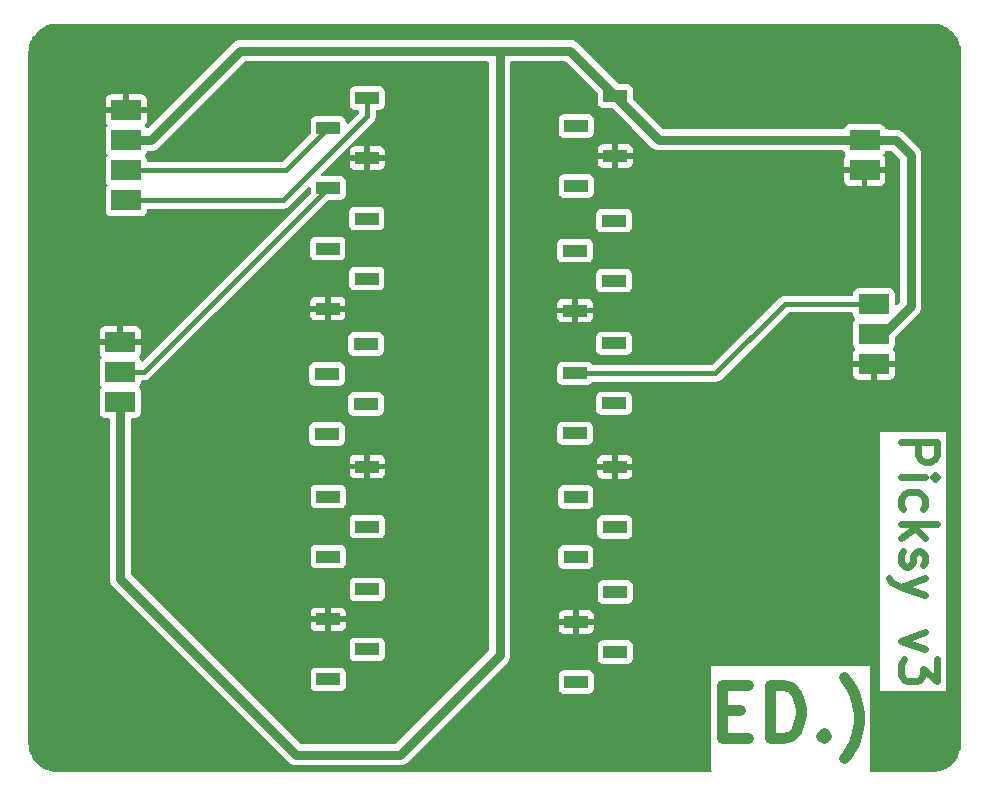
<source format=gbr>
G04 #@! TF.GenerationSoftware,KiCad,Pcbnew,8.0.1*
G04 #@! TF.CreationDate,2025-06-12T10:30:47+03:00*
G04 #@! TF.ProjectId,Picksy,5069636b-7379-42e6-9b69-6361645f7063,rev?*
G04 #@! TF.SameCoordinates,Original*
G04 #@! TF.FileFunction,Copper,L1,Top*
G04 #@! TF.FilePolarity,Positive*
%FSLAX46Y46*%
G04 Gerber Fmt 4.6, Leading zero omitted, Abs format (unit mm)*
G04 Created by KiCad (PCBNEW 8.0.1) date 2025-06-12 10:30:47*
%MOMM*%
%LPD*%
G01*
G04 APERTURE LIST*
%ADD10C,0.600000*%
G04 #@! TA.AperFunction,NonConductor*
%ADD11C,0.600000*%
G04 #@! TD*
%ADD12C,0.900000*%
G04 #@! TA.AperFunction,NonConductor*
%ADD13C,0.900000*%
G04 #@! TD*
G04 #@! TA.AperFunction,SMDPad,CuDef*
%ADD14R,2.000000X1.000000*%
G04 #@! TD*
G04 #@! TA.AperFunction,SMDPad,CuDef*
%ADD15R,2.500000X1.700000*%
G04 #@! TD*
G04 #@! TA.AperFunction,Conductor*
%ADD16C,0.800000*%
G04 #@! TD*
G04 #@! TA.AperFunction,Conductor*
%ADD17C,0.400000*%
G04 #@! TD*
G04 APERTURE END LIST*
D10*
D11*
X190398342Y-121909021D02*
X193398342Y-121909021D01*
X193398342Y-121909021D02*
X193398342Y-123051878D01*
X193398342Y-123051878D02*
X193255485Y-123337593D01*
X193255485Y-123337593D02*
X193112628Y-123480450D01*
X193112628Y-123480450D02*
X192826914Y-123623307D01*
X192826914Y-123623307D02*
X192398342Y-123623307D01*
X192398342Y-123623307D02*
X192112628Y-123480450D01*
X192112628Y-123480450D02*
X191969771Y-123337593D01*
X191969771Y-123337593D02*
X191826914Y-123051878D01*
X191826914Y-123051878D02*
X191826914Y-121909021D01*
X190398342Y-124909021D02*
X192398342Y-124909021D01*
X193398342Y-124909021D02*
X193255485Y-124766164D01*
X193255485Y-124766164D02*
X193112628Y-124909021D01*
X193112628Y-124909021D02*
X193255485Y-125051878D01*
X193255485Y-125051878D02*
X193398342Y-124909021D01*
X193398342Y-124909021D02*
X193112628Y-124909021D01*
X190541200Y-127623307D02*
X190398342Y-127337592D01*
X190398342Y-127337592D02*
X190398342Y-126766164D01*
X190398342Y-126766164D02*
X190541200Y-126480449D01*
X190541200Y-126480449D02*
X190684057Y-126337592D01*
X190684057Y-126337592D02*
X190969771Y-126194735D01*
X190969771Y-126194735D02*
X191826914Y-126194735D01*
X191826914Y-126194735D02*
X192112628Y-126337592D01*
X192112628Y-126337592D02*
X192255485Y-126480449D01*
X192255485Y-126480449D02*
X192398342Y-126766164D01*
X192398342Y-126766164D02*
X192398342Y-127337592D01*
X192398342Y-127337592D02*
X192255485Y-127623307D01*
X190398342Y-128909021D02*
X193398342Y-128909021D01*
X191541200Y-129194736D02*
X190398342Y-130051878D01*
X192398342Y-130051878D02*
X191255485Y-128909021D01*
X190541200Y-131194735D02*
X190398342Y-131480449D01*
X190398342Y-131480449D02*
X190398342Y-132051878D01*
X190398342Y-132051878D02*
X190541200Y-132337592D01*
X190541200Y-132337592D02*
X190826914Y-132480449D01*
X190826914Y-132480449D02*
X190969771Y-132480449D01*
X190969771Y-132480449D02*
X191255485Y-132337592D01*
X191255485Y-132337592D02*
X191398342Y-132051878D01*
X191398342Y-132051878D02*
X191398342Y-131623307D01*
X191398342Y-131623307D02*
X191541200Y-131337592D01*
X191541200Y-131337592D02*
X191826914Y-131194735D01*
X191826914Y-131194735D02*
X191969771Y-131194735D01*
X191969771Y-131194735D02*
X192255485Y-131337592D01*
X192255485Y-131337592D02*
X192398342Y-131623307D01*
X192398342Y-131623307D02*
X192398342Y-132051878D01*
X192398342Y-132051878D02*
X192255485Y-132337592D01*
X192398342Y-133480449D02*
X190398342Y-134194735D01*
X192398342Y-134909020D02*
X190398342Y-134194735D01*
X190398342Y-134194735D02*
X189684057Y-133909020D01*
X189684057Y-133909020D02*
X189541200Y-133766163D01*
X189541200Y-133766163D02*
X189398342Y-133480449D01*
X192398342Y-138051877D02*
X190398342Y-138766163D01*
X190398342Y-138766163D02*
X192398342Y-139480448D01*
X193398342Y-140337591D02*
X193398342Y-142194734D01*
X193398342Y-142194734D02*
X192255485Y-141194734D01*
X192255485Y-141194734D02*
X192255485Y-141623305D01*
X192255485Y-141623305D02*
X192112628Y-141909020D01*
X192112628Y-141909020D02*
X191969771Y-142051877D01*
X191969771Y-142051877D02*
X191684057Y-142194734D01*
X191684057Y-142194734D02*
X190969771Y-142194734D01*
X190969771Y-142194734D02*
X190684057Y-142051877D01*
X190684057Y-142051877D02*
X190541200Y-141909020D01*
X190541200Y-141909020D02*
X190398342Y-141623305D01*
X190398342Y-141623305D02*
X190398342Y-140766162D01*
X190398342Y-140766162D02*
X190541200Y-140480448D01*
X190541200Y-140480448D02*
X190684057Y-140337591D01*
D12*
D13*
X175263533Y-144645342D02*
X176763533Y-144645342D01*
X177406390Y-147002485D02*
X175263533Y-147002485D01*
X175263533Y-147002485D02*
X175263533Y-142502485D01*
X175263533Y-142502485D02*
X177406390Y-142502485D01*
X179334962Y-147002485D02*
X179334962Y-142502485D01*
X179334962Y-142502485D02*
X180406391Y-142502485D01*
X180406391Y-142502485D02*
X181049248Y-142716771D01*
X181049248Y-142716771D02*
X181477819Y-143145342D01*
X181477819Y-143145342D02*
X181692105Y-143573914D01*
X181692105Y-143573914D02*
X181906391Y-144431057D01*
X181906391Y-144431057D02*
X181906391Y-145073914D01*
X181906391Y-145073914D02*
X181692105Y-145931057D01*
X181692105Y-145931057D02*
X181477819Y-146359628D01*
X181477819Y-146359628D02*
X181049248Y-146788200D01*
X181049248Y-146788200D02*
X180406391Y-147002485D01*
X180406391Y-147002485D02*
X179334962Y-147002485D01*
X183834962Y-146573914D02*
X184049248Y-146788200D01*
X184049248Y-146788200D02*
X183834962Y-147002485D01*
X183834962Y-147002485D02*
X183620676Y-146788200D01*
X183620676Y-146788200D02*
X183834962Y-146573914D01*
X183834962Y-146573914D02*
X183834962Y-147002485D01*
X185549248Y-148716771D02*
X185763533Y-148502485D01*
X185763533Y-148502485D02*
X186192105Y-147859628D01*
X186192105Y-147859628D02*
X186406391Y-147431057D01*
X186406391Y-147431057D02*
X186620676Y-146788200D01*
X186620676Y-146788200D02*
X186834962Y-145716771D01*
X186834962Y-145716771D02*
X186834962Y-144859628D01*
X186834962Y-144859628D02*
X186620676Y-143788200D01*
X186620676Y-143788200D02*
X186406391Y-143145342D01*
X186406391Y-143145342D02*
X186192105Y-142716771D01*
X186192105Y-142716771D02*
X185763533Y-142073914D01*
X185763533Y-142073914D02*
X185549248Y-141859628D01*
D14*
X141900000Y-100420000D03*
X145200000Y-97880000D03*
X141900000Y-95340000D03*
X145200000Y-92800000D03*
X141850000Y-110640000D03*
X145150000Y-108100000D03*
X141850000Y-105560000D03*
X145150000Y-103020000D03*
X162900000Y-142260000D03*
X166200000Y-139720000D03*
X162900000Y-137180000D03*
X166200000Y-134640000D03*
X141900000Y-142030000D03*
X145200000Y-139490000D03*
X141900000Y-136950000D03*
X145200000Y-134410000D03*
X141900000Y-131630000D03*
X145200000Y-129090000D03*
X141900000Y-126550000D03*
X145200000Y-124010000D03*
X141800000Y-121250000D03*
X145100000Y-118710000D03*
X141800000Y-116170000D03*
X145100000Y-113630000D03*
X162850000Y-131670000D03*
X166150000Y-129130000D03*
X162850000Y-126590000D03*
X166150000Y-124050000D03*
X162800000Y-121200000D03*
X166100000Y-118660000D03*
X162800000Y-116120000D03*
X166100000Y-113580000D03*
X162800000Y-110800000D03*
X166100000Y-108260000D03*
X162800000Y-105720000D03*
X166100000Y-103180000D03*
X162900000Y-100260000D03*
X166200000Y-97720000D03*
X162900000Y-95180000D03*
X166200000Y-92640000D03*
D15*
X187300000Y-98890000D03*
X187300000Y-96350000D03*
X124800000Y-93860000D03*
X124800000Y-96400000D03*
X124800000Y-98940000D03*
X124800000Y-101480000D03*
X188100000Y-115330000D03*
X188100000Y-112790000D03*
X188100000Y-110250000D03*
X124300000Y-113470000D03*
X124300000Y-116010000D03*
X124300000Y-118550000D03*
D16*
X156400000Y-88800000D02*
X160400000Y-88800000D01*
X124300000Y-118550000D02*
X124300000Y-133500000D01*
X134450000Y-88800000D02*
X156400000Y-88800000D01*
X124300000Y-133500000D02*
X139200000Y-148400000D01*
X139200000Y-148400000D02*
X148000000Y-148400000D01*
X148000000Y-148400000D02*
X156400000Y-140000000D01*
X156400000Y-140000000D02*
X156400000Y-88800000D01*
X188100000Y-112790000D02*
X188860000Y-112790000D01*
X190000000Y-96400000D02*
X189200000Y-96400000D01*
X188860000Y-112790000D02*
X191200000Y-110450000D01*
X191200000Y-110450000D02*
X191200000Y-97600000D01*
X191200000Y-97600000D02*
X190000000Y-96400000D01*
X189200000Y-96400000D02*
X189150000Y-96350000D01*
X189150000Y-96350000D02*
X187300000Y-96350000D01*
X187300000Y-96350000D02*
X180800000Y-96350000D01*
X180800000Y-96350000D02*
X169910000Y-96350000D01*
D17*
X124300000Y-116010000D02*
X126310000Y-116010000D01*
X126310000Y-116010000D02*
X141900000Y-100420000D01*
X124800000Y-101480000D02*
X138060000Y-101480000D01*
X138060000Y-101480000D02*
X145200000Y-94340000D01*
X145200000Y-94340000D02*
X145200000Y-92800000D01*
X124800000Y-98940000D02*
X138300000Y-98940000D01*
X138300000Y-98940000D02*
X141900000Y-95340000D01*
D16*
X169910000Y-96350000D02*
X166200000Y-92640000D01*
D17*
X188100000Y-110250000D02*
X180550000Y-110250000D01*
X180550000Y-110250000D02*
X174680000Y-116120000D01*
X174680000Y-116120000D02*
X162800000Y-116120000D01*
D16*
X160400000Y-88800000D02*
X162400000Y-88800000D01*
X124800000Y-96400000D02*
X126850000Y-96400000D01*
X126850000Y-96400000D02*
X134450000Y-88800000D01*
X162400000Y-88800000D02*
X166200000Y-92600000D01*
X166200000Y-92600000D02*
X166200000Y-92640000D01*
G04 #@! TA.AperFunction,Conductor*
G36*
X155442539Y-89720185D02*
G01*
X155488294Y-89772989D01*
X155499500Y-89824500D01*
X155499500Y-139575638D01*
X155479815Y-139642677D01*
X155463181Y-139663319D01*
X147663319Y-147463181D01*
X147601996Y-147496666D01*
X147575638Y-147499500D01*
X139624362Y-147499500D01*
X139557323Y-147479815D01*
X139536681Y-147463181D01*
X134651370Y-142577870D01*
X140399500Y-142577870D01*
X140399501Y-142577876D01*
X140405908Y-142637483D01*
X140456202Y-142772328D01*
X140456206Y-142772335D01*
X140542452Y-142887544D01*
X140542455Y-142887547D01*
X140657664Y-142973793D01*
X140657671Y-142973797D01*
X140792517Y-143024091D01*
X140792516Y-143024091D01*
X140799444Y-143024835D01*
X140852127Y-143030500D01*
X142947872Y-143030499D01*
X143007483Y-143024091D01*
X143142331Y-142973796D01*
X143257546Y-142887546D01*
X143343796Y-142772331D01*
X143394091Y-142637483D01*
X143400500Y-142577873D01*
X143400499Y-141482128D01*
X143394091Y-141422517D01*
X143386608Y-141402455D01*
X143343797Y-141287671D01*
X143343793Y-141287664D01*
X143257547Y-141172455D01*
X143257544Y-141172452D01*
X143142335Y-141086206D01*
X143142328Y-141086202D01*
X143007482Y-141035908D01*
X143007483Y-141035908D01*
X142947883Y-141029501D01*
X142947881Y-141029500D01*
X142947873Y-141029500D01*
X142947864Y-141029500D01*
X140852129Y-141029500D01*
X140852123Y-141029501D01*
X140792516Y-141035908D01*
X140657671Y-141086202D01*
X140657664Y-141086206D01*
X140542455Y-141172452D01*
X140542452Y-141172455D01*
X140456206Y-141287664D01*
X140456202Y-141287671D01*
X140405908Y-141422517D01*
X140399501Y-141482116D01*
X140399501Y-141482123D01*
X140399500Y-141482135D01*
X140399500Y-142577870D01*
X134651370Y-142577870D01*
X132111370Y-140037870D01*
X143699500Y-140037870D01*
X143699501Y-140037876D01*
X143705908Y-140097483D01*
X143756202Y-140232328D01*
X143756206Y-140232335D01*
X143842452Y-140347544D01*
X143842455Y-140347547D01*
X143957664Y-140433793D01*
X143957671Y-140433797D01*
X144092517Y-140484091D01*
X144092516Y-140484091D01*
X144099444Y-140484835D01*
X144152127Y-140490500D01*
X146247872Y-140490499D01*
X146307483Y-140484091D01*
X146442331Y-140433796D01*
X146557546Y-140347546D01*
X146643796Y-140232331D01*
X146694091Y-140097483D01*
X146700500Y-140037873D01*
X146700499Y-138942128D01*
X146694091Y-138882517D01*
X146686608Y-138862455D01*
X146643797Y-138747671D01*
X146643793Y-138747664D01*
X146557547Y-138632455D01*
X146557544Y-138632452D01*
X146442335Y-138546206D01*
X146442328Y-138546202D01*
X146307482Y-138495908D01*
X146307483Y-138495908D01*
X146247883Y-138489501D01*
X146247881Y-138489500D01*
X146247873Y-138489500D01*
X146247864Y-138489500D01*
X144152129Y-138489500D01*
X144152123Y-138489501D01*
X144092516Y-138495908D01*
X143957671Y-138546202D01*
X143957664Y-138546206D01*
X143842455Y-138632452D01*
X143842452Y-138632455D01*
X143756206Y-138747664D01*
X143756202Y-138747671D01*
X143705908Y-138882517D01*
X143699501Y-138942116D01*
X143699501Y-138942123D01*
X143699500Y-138942135D01*
X143699500Y-140037870D01*
X132111370Y-140037870D01*
X129273500Y-137200000D01*
X140400000Y-137200000D01*
X140400000Y-137497844D01*
X140406401Y-137557372D01*
X140406403Y-137557379D01*
X140456645Y-137692086D01*
X140456649Y-137692093D01*
X140542809Y-137807187D01*
X140542812Y-137807190D01*
X140657906Y-137893350D01*
X140657913Y-137893354D01*
X140792620Y-137943596D01*
X140792627Y-137943598D01*
X140852155Y-137949999D01*
X140852172Y-137950000D01*
X141650000Y-137950000D01*
X141650000Y-137200000D01*
X142150000Y-137200000D01*
X142150000Y-137950000D01*
X142947828Y-137950000D01*
X142947844Y-137949999D01*
X143007372Y-137943598D01*
X143007379Y-137943596D01*
X143142086Y-137893354D01*
X143142093Y-137893350D01*
X143257187Y-137807190D01*
X143257190Y-137807187D01*
X143343350Y-137692093D01*
X143343354Y-137692086D01*
X143393596Y-137557379D01*
X143393598Y-137557372D01*
X143399999Y-137497844D01*
X143400000Y-137497827D01*
X143400000Y-137200000D01*
X142150000Y-137200000D01*
X141650000Y-137200000D01*
X140400000Y-137200000D01*
X129273500Y-137200000D01*
X128773500Y-136700000D01*
X140400000Y-136700000D01*
X141650000Y-136700000D01*
X141650000Y-135950000D01*
X142150000Y-135950000D01*
X142150000Y-136700000D01*
X143400000Y-136700000D01*
X143400000Y-136402172D01*
X143399999Y-136402155D01*
X143393598Y-136342627D01*
X143393596Y-136342620D01*
X143343354Y-136207913D01*
X143343350Y-136207906D01*
X143257190Y-136092812D01*
X143257187Y-136092809D01*
X143142093Y-136006649D01*
X143142086Y-136006645D01*
X143007379Y-135956403D01*
X143007372Y-135956401D01*
X142947844Y-135950000D01*
X142150000Y-135950000D01*
X141650000Y-135950000D01*
X140852155Y-135950000D01*
X140792627Y-135956401D01*
X140792620Y-135956403D01*
X140657913Y-136006645D01*
X140657906Y-136006649D01*
X140542812Y-136092809D01*
X140542809Y-136092812D01*
X140456649Y-136207906D01*
X140456645Y-136207913D01*
X140406403Y-136342620D01*
X140406401Y-136342627D01*
X140400000Y-136402155D01*
X140400000Y-136700000D01*
X128773500Y-136700000D01*
X127031370Y-134957870D01*
X143699500Y-134957870D01*
X143699501Y-134957876D01*
X143705908Y-135017483D01*
X143756202Y-135152328D01*
X143756206Y-135152335D01*
X143842452Y-135267544D01*
X143842455Y-135267547D01*
X143957664Y-135353793D01*
X143957671Y-135353797D01*
X144092517Y-135404091D01*
X144092516Y-135404091D01*
X144099444Y-135404835D01*
X144152127Y-135410500D01*
X146247872Y-135410499D01*
X146307483Y-135404091D01*
X146442331Y-135353796D01*
X146557546Y-135267546D01*
X146643796Y-135152331D01*
X146694091Y-135017483D01*
X146700500Y-134957873D01*
X146700499Y-133862128D01*
X146694091Y-133802517D01*
X146686608Y-133782455D01*
X146643797Y-133667671D01*
X146643793Y-133667664D01*
X146557547Y-133552455D01*
X146557544Y-133552452D01*
X146442335Y-133466206D01*
X146442328Y-133466202D01*
X146307482Y-133415908D01*
X146307483Y-133415908D01*
X146247883Y-133409501D01*
X146247881Y-133409500D01*
X146247873Y-133409500D01*
X146247864Y-133409500D01*
X144152129Y-133409500D01*
X144152123Y-133409501D01*
X144092516Y-133415908D01*
X143957671Y-133466202D01*
X143957664Y-133466206D01*
X143842455Y-133552452D01*
X143842452Y-133552455D01*
X143756206Y-133667664D01*
X143756202Y-133667671D01*
X143705908Y-133802517D01*
X143699501Y-133862116D01*
X143699501Y-133862123D01*
X143699500Y-133862135D01*
X143699500Y-134957870D01*
X127031370Y-134957870D01*
X125236819Y-133163319D01*
X125203334Y-133101996D01*
X125200500Y-133075638D01*
X125200500Y-132177870D01*
X140399500Y-132177870D01*
X140399501Y-132177876D01*
X140405908Y-132237483D01*
X140456202Y-132372328D01*
X140456206Y-132372335D01*
X140542452Y-132487544D01*
X140542455Y-132487547D01*
X140657664Y-132573793D01*
X140657671Y-132573797D01*
X140792517Y-132624091D01*
X140792516Y-132624091D01*
X140799444Y-132624835D01*
X140852127Y-132630500D01*
X142947872Y-132630499D01*
X143007483Y-132624091D01*
X143142331Y-132573796D01*
X143257546Y-132487546D01*
X143343796Y-132372331D01*
X143394091Y-132237483D01*
X143400500Y-132177873D01*
X143400499Y-131082128D01*
X143394091Y-131022517D01*
X143343796Y-130887669D01*
X143343795Y-130887668D01*
X143343793Y-130887664D01*
X143257547Y-130772455D01*
X143257544Y-130772452D01*
X143142335Y-130686206D01*
X143142328Y-130686202D01*
X143007482Y-130635908D01*
X143007483Y-130635908D01*
X142947883Y-130629501D01*
X142947881Y-130629500D01*
X142947873Y-130629500D01*
X142947864Y-130629500D01*
X140852129Y-130629500D01*
X140852123Y-130629501D01*
X140792516Y-130635908D01*
X140657671Y-130686202D01*
X140657664Y-130686206D01*
X140542455Y-130772452D01*
X140542452Y-130772455D01*
X140456206Y-130887664D01*
X140456202Y-130887671D01*
X140405908Y-131022517D01*
X140401608Y-131062516D01*
X140399501Y-131082123D01*
X140399500Y-131082135D01*
X140399500Y-132177870D01*
X125200500Y-132177870D01*
X125200500Y-129637870D01*
X143699500Y-129637870D01*
X143699501Y-129637876D01*
X143705908Y-129697483D01*
X143756202Y-129832328D01*
X143756206Y-129832335D01*
X143842452Y-129947544D01*
X143842455Y-129947547D01*
X143957664Y-130033793D01*
X143957671Y-130033797D01*
X144092517Y-130084091D01*
X144092516Y-130084091D01*
X144099444Y-130084835D01*
X144152127Y-130090500D01*
X146247872Y-130090499D01*
X146307483Y-130084091D01*
X146442331Y-130033796D01*
X146557546Y-129947546D01*
X146643796Y-129832331D01*
X146694091Y-129697483D01*
X146700500Y-129637873D01*
X146700499Y-128542128D01*
X146694091Y-128482517D01*
X146643796Y-128347669D01*
X146643795Y-128347668D01*
X146643793Y-128347664D01*
X146557547Y-128232455D01*
X146557544Y-128232452D01*
X146442335Y-128146206D01*
X146442328Y-128146202D01*
X146307482Y-128095908D01*
X146307483Y-128095908D01*
X146247883Y-128089501D01*
X146247881Y-128089500D01*
X146247873Y-128089500D01*
X146247864Y-128089500D01*
X144152129Y-128089500D01*
X144152123Y-128089501D01*
X144092516Y-128095908D01*
X143957671Y-128146202D01*
X143957664Y-128146206D01*
X143842455Y-128232452D01*
X143842452Y-128232455D01*
X143756206Y-128347664D01*
X143756202Y-128347671D01*
X143705908Y-128482517D01*
X143701608Y-128522516D01*
X143699501Y-128542123D01*
X143699500Y-128542135D01*
X143699500Y-129637870D01*
X125200500Y-129637870D01*
X125200500Y-127097870D01*
X140399500Y-127097870D01*
X140399501Y-127097876D01*
X140405908Y-127157483D01*
X140456202Y-127292328D01*
X140456206Y-127292335D01*
X140542452Y-127407544D01*
X140542455Y-127407547D01*
X140657664Y-127493793D01*
X140657671Y-127493797D01*
X140792517Y-127544091D01*
X140792516Y-127544091D01*
X140799444Y-127544835D01*
X140852127Y-127550500D01*
X142947872Y-127550499D01*
X143007483Y-127544091D01*
X143142331Y-127493796D01*
X143257546Y-127407546D01*
X143343796Y-127292331D01*
X143394091Y-127157483D01*
X143400500Y-127097873D01*
X143400499Y-126002128D01*
X143394091Y-125942517D01*
X143343796Y-125807669D01*
X143343795Y-125807668D01*
X143343793Y-125807664D01*
X143257547Y-125692455D01*
X143257544Y-125692452D01*
X143142335Y-125606206D01*
X143142328Y-125606202D01*
X143007482Y-125555908D01*
X143007483Y-125555908D01*
X142947883Y-125549501D01*
X142947881Y-125549500D01*
X142947873Y-125549500D01*
X142947864Y-125549500D01*
X140852129Y-125549500D01*
X140852123Y-125549501D01*
X140792516Y-125555908D01*
X140657671Y-125606202D01*
X140657664Y-125606206D01*
X140542455Y-125692452D01*
X140542452Y-125692455D01*
X140456206Y-125807664D01*
X140456202Y-125807671D01*
X140405908Y-125942517D01*
X140401608Y-125982516D01*
X140399501Y-126002123D01*
X140399500Y-126002135D01*
X140399500Y-127097870D01*
X125200500Y-127097870D01*
X125200500Y-124260000D01*
X143700000Y-124260000D01*
X143700000Y-124557844D01*
X143706401Y-124617372D01*
X143706403Y-124617379D01*
X143756645Y-124752086D01*
X143756649Y-124752093D01*
X143842809Y-124867187D01*
X143842812Y-124867190D01*
X143957906Y-124953350D01*
X143957913Y-124953354D01*
X144092620Y-125003596D01*
X144092627Y-125003598D01*
X144152155Y-125009999D01*
X144152172Y-125010000D01*
X144950000Y-125010000D01*
X144950000Y-124260000D01*
X145450000Y-124260000D01*
X145450000Y-125010000D01*
X146247828Y-125010000D01*
X146247844Y-125009999D01*
X146307372Y-125003598D01*
X146307379Y-125003596D01*
X146442086Y-124953354D01*
X146442093Y-124953350D01*
X146557187Y-124867190D01*
X146557190Y-124867187D01*
X146643350Y-124752093D01*
X146643354Y-124752086D01*
X146693596Y-124617379D01*
X146693598Y-124617372D01*
X146699999Y-124557844D01*
X146700000Y-124557827D01*
X146700000Y-124260000D01*
X145450000Y-124260000D01*
X144950000Y-124260000D01*
X143700000Y-124260000D01*
X125200500Y-124260000D01*
X125200500Y-123760000D01*
X143700000Y-123760000D01*
X144950000Y-123760000D01*
X144950000Y-123010000D01*
X145450000Y-123010000D01*
X145450000Y-123760000D01*
X146700000Y-123760000D01*
X146700000Y-123462172D01*
X146699999Y-123462155D01*
X146693598Y-123402627D01*
X146693596Y-123402620D01*
X146643354Y-123267913D01*
X146643350Y-123267906D01*
X146557190Y-123152812D01*
X146557187Y-123152809D01*
X146442093Y-123066649D01*
X146442086Y-123066645D01*
X146307379Y-123016403D01*
X146307372Y-123016401D01*
X146247844Y-123010000D01*
X145450000Y-123010000D01*
X144950000Y-123010000D01*
X144152155Y-123010000D01*
X144092627Y-123016401D01*
X144092620Y-123016403D01*
X143957913Y-123066645D01*
X143957906Y-123066649D01*
X143842812Y-123152809D01*
X143842809Y-123152812D01*
X143756649Y-123267906D01*
X143756645Y-123267913D01*
X143706403Y-123402620D01*
X143706401Y-123402627D01*
X143700000Y-123462155D01*
X143700000Y-123760000D01*
X125200500Y-123760000D01*
X125200500Y-121797870D01*
X140299500Y-121797870D01*
X140299501Y-121797876D01*
X140305908Y-121857483D01*
X140356202Y-121992328D01*
X140356206Y-121992335D01*
X140442452Y-122107544D01*
X140442455Y-122107547D01*
X140557664Y-122193793D01*
X140557671Y-122193797D01*
X140692517Y-122244091D01*
X140692516Y-122244091D01*
X140699444Y-122244835D01*
X140752127Y-122250500D01*
X142847872Y-122250499D01*
X142907483Y-122244091D01*
X143042331Y-122193796D01*
X143157546Y-122107546D01*
X143243796Y-121992331D01*
X143294091Y-121857483D01*
X143300500Y-121797873D01*
X143300499Y-120702128D01*
X143294091Y-120642517D01*
X143275442Y-120592517D01*
X143243797Y-120507671D01*
X143243793Y-120507664D01*
X143157547Y-120392455D01*
X143157544Y-120392452D01*
X143042335Y-120306206D01*
X143042328Y-120306202D01*
X142907482Y-120255908D01*
X142907483Y-120255908D01*
X142847883Y-120249501D01*
X142847881Y-120249500D01*
X142847873Y-120249500D01*
X142847864Y-120249500D01*
X140752129Y-120249500D01*
X140752123Y-120249501D01*
X140692516Y-120255908D01*
X140557671Y-120306202D01*
X140557664Y-120306206D01*
X140442455Y-120392452D01*
X140442452Y-120392455D01*
X140356206Y-120507664D01*
X140356202Y-120507671D01*
X140305908Y-120642517D01*
X140299501Y-120702116D01*
X140299501Y-120702123D01*
X140299500Y-120702135D01*
X140299500Y-121797870D01*
X125200500Y-121797870D01*
X125200500Y-120024499D01*
X125220185Y-119957460D01*
X125272989Y-119911705D01*
X125324500Y-119900499D01*
X125597871Y-119900499D01*
X125597872Y-119900499D01*
X125657483Y-119894091D01*
X125792331Y-119843796D01*
X125907546Y-119757546D01*
X125993796Y-119642331D01*
X126044091Y-119507483D01*
X126050500Y-119447873D01*
X126050500Y-119257870D01*
X143599500Y-119257870D01*
X143599501Y-119257876D01*
X143605908Y-119317483D01*
X143656202Y-119452328D01*
X143656206Y-119452335D01*
X143742452Y-119567544D01*
X143742455Y-119567547D01*
X143857664Y-119653793D01*
X143857671Y-119653797D01*
X143992517Y-119704091D01*
X143992516Y-119704091D01*
X143999444Y-119704835D01*
X144052127Y-119710500D01*
X146147872Y-119710499D01*
X146207483Y-119704091D01*
X146342331Y-119653796D01*
X146457546Y-119567546D01*
X146543796Y-119452331D01*
X146594091Y-119317483D01*
X146600500Y-119257873D01*
X146600499Y-118162128D01*
X146594091Y-118102517D01*
X146575442Y-118052517D01*
X146543797Y-117967671D01*
X146543793Y-117967664D01*
X146457547Y-117852455D01*
X146457544Y-117852452D01*
X146342335Y-117766206D01*
X146342328Y-117766202D01*
X146207482Y-117715908D01*
X146207483Y-117715908D01*
X146147883Y-117709501D01*
X146147881Y-117709500D01*
X146147873Y-117709500D01*
X146147864Y-117709500D01*
X144052129Y-117709500D01*
X144052123Y-117709501D01*
X143992516Y-117715908D01*
X143857671Y-117766202D01*
X143857664Y-117766206D01*
X143742455Y-117852452D01*
X143742452Y-117852455D01*
X143656206Y-117967664D01*
X143656202Y-117967671D01*
X143605908Y-118102517D01*
X143599501Y-118162116D01*
X143599501Y-118162123D01*
X143599500Y-118162135D01*
X143599500Y-119257870D01*
X126050500Y-119257870D01*
X126050499Y-117652128D01*
X126044091Y-117592517D01*
X125993796Y-117457669D01*
X125916421Y-117354309D01*
X125892004Y-117288848D01*
X125906855Y-117220575D01*
X125916416Y-117205696D01*
X125993796Y-117102331D01*
X126044091Y-116967483D01*
X126050500Y-116907873D01*
X126050500Y-116834500D01*
X126070185Y-116767461D01*
X126122989Y-116721706D01*
X126140622Y-116717870D01*
X140299500Y-116717870D01*
X140299501Y-116717876D01*
X140305908Y-116777483D01*
X140356202Y-116912328D01*
X140356206Y-116912335D01*
X140442452Y-117027544D01*
X140442455Y-117027547D01*
X140557664Y-117113793D01*
X140557671Y-117113797D01*
X140692517Y-117164091D01*
X140692516Y-117164091D01*
X140699444Y-117164835D01*
X140752127Y-117170500D01*
X142847872Y-117170499D01*
X142907483Y-117164091D01*
X143042331Y-117113796D01*
X143157546Y-117027546D01*
X143243796Y-116912331D01*
X143294091Y-116777483D01*
X143300500Y-116717873D01*
X143300499Y-115622128D01*
X143294091Y-115562517D01*
X143275442Y-115512517D01*
X143243797Y-115427671D01*
X143243793Y-115427664D01*
X143157547Y-115312455D01*
X143157544Y-115312452D01*
X143042335Y-115226206D01*
X143042328Y-115226202D01*
X142907482Y-115175908D01*
X142907483Y-115175908D01*
X142847883Y-115169501D01*
X142847881Y-115169500D01*
X142847873Y-115169500D01*
X142847864Y-115169500D01*
X140752129Y-115169500D01*
X140752123Y-115169501D01*
X140692516Y-115175908D01*
X140557671Y-115226202D01*
X140557664Y-115226206D01*
X140442455Y-115312452D01*
X140442452Y-115312455D01*
X140356206Y-115427664D01*
X140356202Y-115427671D01*
X140305908Y-115562517D01*
X140304029Y-115580000D01*
X140299501Y-115622123D01*
X140299500Y-115622135D01*
X140299500Y-116717870D01*
X126140622Y-116717870D01*
X126174500Y-116710500D01*
X126378996Y-116710500D01*
X126470040Y-116692389D01*
X126514328Y-116683580D01*
X126578069Y-116657177D01*
X126641807Y-116630777D01*
X126641808Y-116630776D01*
X126641811Y-116630775D01*
X126756543Y-116554114D01*
X129132787Y-114177870D01*
X143599500Y-114177870D01*
X143599501Y-114177876D01*
X143605908Y-114237483D01*
X143656202Y-114372328D01*
X143656206Y-114372335D01*
X143742452Y-114487544D01*
X143742455Y-114487547D01*
X143857664Y-114573793D01*
X143857671Y-114573797D01*
X143992517Y-114624091D01*
X143992516Y-114624091D01*
X143999444Y-114624835D01*
X144052127Y-114630500D01*
X146147872Y-114630499D01*
X146207483Y-114624091D01*
X146342331Y-114573796D01*
X146457546Y-114487546D01*
X146543796Y-114372331D01*
X146594091Y-114237483D01*
X146600500Y-114177873D01*
X146600499Y-113082128D01*
X146594091Y-113022517D01*
X146575442Y-112972517D01*
X146543797Y-112887671D01*
X146543793Y-112887664D01*
X146457547Y-112772455D01*
X146457544Y-112772452D01*
X146342335Y-112686206D01*
X146342328Y-112686202D01*
X146207482Y-112635908D01*
X146207483Y-112635908D01*
X146147883Y-112629501D01*
X146147881Y-112629500D01*
X146147873Y-112629500D01*
X146147864Y-112629500D01*
X144052129Y-112629500D01*
X144052123Y-112629501D01*
X143992516Y-112635908D01*
X143857671Y-112686202D01*
X143857664Y-112686206D01*
X143742455Y-112772452D01*
X143742452Y-112772455D01*
X143656206Y-112887664D01*
X143656202Y-112887671D01*
X143605908Y-113022517D01*
X143600481Y-113073000D01*
X143599501Y-113082123D01*
X143599500Y-113082135D01*
X143599500Y-114177870D01*
X129132787Y-114177870D01*
X132420656Y-110890000D01*
X140350000Y-110890000D01*
X140350000Y-111187844D01*
X140356401Y-111247372D01*
X140356403Y-111247379D01*
X140406645Y-111382086D01*
X140406649Y-111382093D01*
X140492809Y-111497187D01*
X140492812Y-111497190D01*
X140607906Y-111583350D01*
X140607913Y-111583354D01*
X140742620Y-111633596D01*
X140742627Y-111633598D01*
X140802155Y-111639999D01*
X140802172Y-111640000D01*
X141600000Y-111640000D01*
X141600000Y-110890000D01*
X142100000Y-110890000D01*
X142100000Y-111640000D01*
X142897828Y-111640000D01*
X142897844Y-111639999D01*
X142957372Y-111633598D01*
X142957379Y-111633596D01*
X143092086Y-111583354D01*
X143092093Y-111583350D01*
X143207187Y-111497190D01*
X143207190Y-111497187D01*
X143293350Y-111382093D01*
X143293354Y-111382086D01*
X143343596Y-111247379D01*
X143343598Y-111247372D01*
X143349999Y-111187844D01*
X143350000Y-111187827D01*
X143350000Y-110890000D01*
X142100000Y-110890000D01*
X141600000Y-110890000D01*
X140350000Y-110890000D01*
X132420656Y-110890000D01*
X132920656Y-110390000D01*
X140350000Y-110390000D01*
X141600000Y-110390000D01*
X141600000Y-109640000D01*
X142100000Y-109640000D01*
X142100000Y-110390000D01*
X143350000Y-110390000D01*
X143350000Y-110092172D01*
X143349999Y-110092155D01*
X143343598Y-110032627D01*
X143343596Y-110032620D01*
X143293354Y-109897913D01*
X143293350Y-109897906D01*
X143207190Y-109782812D01*
X143207187Y-109782809D01*
X143092093Y-109696649D01*
X143092086Y-109696645D01*
X142957379Y-109646403D01*
X142957372Y-109646401D01*
X142897844Y-109640000D01*
X142100000Y-109640000D01*
X141600000Y-109640000D01*
X140802155Y-109640000D01*
X140742627Y-109646401D01*
X140742620Y-109646403D01*
X140607913Y-109696645D01*
X140607906Y-109696649D01*
X140492812Y-109782809D01*
X140492809Y-109782812D01*
X140406649Y-109897906D01*
X140406645Y-109897913D01*
X140356403Y-110032620D01*
X140356401Y-110032627D01*
X140350000Y-110092155D01*
X140350000Y-110390000D01*
X132920656Y-110390000D01*
X134662786Y-108647870D01*
X143649500Y-108647870D01*
X143649501Y-108647876D01*
X143655908Y-108707483D01*
X143706202Y-108842328D01*
X143706206Y-108842335D01*
X143792452Y-108957544D01*
X143792455Y-108957547D01*
X143907664Y-109043793D01*
X143907671Y-109043797D01*
X144042517Y-109094091D01*
X144042516Y-109094091D01*
X144049444Y-109094835D01*
X144102127Y-109100500D01*
X146197872Y-109100499D01*
X146257483Y-109094091D01*
X146392331Y-109043796D01*
X146507546Y-108957546D01*
X146593796Y-108842331D01*
X146644091Y-108707483D01*
X146650500Y-108647873D01*
X146650499Y-107552128D01*
X146644091Y-107492517D01*
X146593796Y-107357669D01*
X146593795Y-107357668D01*
X146593793Y-107357664D01*
X146507547Y-107242455D01*
X146507544Y-107242452D01*
X146392335Y-107156206D01*
X146392328Y-107156202D01*
X146257482Y-107105908D01*
X146257483Y-107105908D01*
X146197883Y-107099501D01*
X146197881Y-107099500D01*
X146197873Y-107099500D01*
X146197864Y-107099500D01*
X144102129Y-107099500D01*
X144102123Y-107099501D01*
X144042516Y-107105908D01*
X143907671Y-107156202D01*
X143907664Y-107156206D01*
X143792455Y-107242452D01*
X143792452Y-107242455D01*
X143706206Y-107357664D01*
X143706202Y-107357671D01*
X143655908Y-107492517D01*
X143649501Y-107552116D01*
X143649501Y-107552123D01*
X143649500Y-107552135D01*
X143649500Y-108647870D01*
X134662786Y-108647870D01*
X137202785Y-106107870D01*
X140349500Y-106107870D01*
X140349501Y-106107876D01*
X140355908Y-106167483D01*
X140406202Y-106302328D01*
X140406206Y-106302335D01*
X140492452Y-106417544D01*
X140492455Y-106417547D01*
X140607664Y-106503793D01*
X140607671Y-106503797D01*
X140742517Y-106554091D01*
X140742516Y-106554091D01*
X140749444Y-106554835D01*
X140802127Y-106560500D01*
X142897872Y-106560499D01*
X142957483Y-106554091D01*
X143092331Y-106503796D01*
X143207546Y-106417546D01*
X143293796Y-106302331D01*
X143344091Y-106167483D01*
X143350500Y-106107873D01*
X143350499Y-105012128D01*
X143344091Y-104952517D01*
X143293796Y-104817669D01*
X143293795Y-104817668D01*
X143293793Y-104817664D01*
X143207547Y-104702455D01*
X143207544Y-104702452D01*
X143092335Y-104616206D01*
X143092328Y-104616202D01*
X142957482Y-104565908D01*
X142957483Y-104565908D01*
X142897883Y-104559501D01*
X142897881Y-104559500D01*
X142897873Y-104559500D01*
X142897864Y-104559500D01*
X140802129Y-104559500D01*
X140802123Y-104559501D01*
X140742516Y-104565908D01*
X140607671Y-104616202D01*
X140607664Y-104616206D01*
X140492455Y-104702452D01*
X140492452Y-104702455D01*
X140406206Y-104817664D01*
X140406202Y-104817671D01*
X140355908Y-104952517D01*
X140349501Y-105012116D01*
X140349501Y-105012123D01*
X140349500Y-105012135D01*
X140349500Y-106107870D01*
X137202785Y-106107870D01*
X139742784Y-103567870D01*
X143649500Y-103567870D01*
X143649501Y-103567876D01*
X143655908Y-103627483D01*
X143706202Y-103762328D01*
X143706206Y-103762335D01*
X143792452Y-103877544D01*
X143792455Y-103877547D01*
X143907664Y-103963793D01*
X143907671Y-103963797D01*
X144042517Y-104014091D01*
X144042516Y-104014091D01*
X144049444Y-104014835D01*
X144102127Y-104020500D01*
X146197872Y-104020499D01*
X146257483Y-104014091D01*
X146392331Y-103963796D01*
X146507546Y-103877546D01*
X146593796Y-103762331D01*
X146644091Y-103627483D01*
X146650500Y-103567873D01*
X146650499Y-102472128D01*
X146644091Y-102412517D01*
X146631173Y-102377883D01*
X146593797Y-102277671D01*
X146593793Y-102277664D01*
X146507547Y-102162455D01*
X146507544Y-102162452D01*
X146392335Y-102076206D01*
X146392328Y-102076202D01*
X146257482Y-102025908D01*
X146257483Y-102025908D01*
X146197883Y-102019501D01*
X146197881Y-102019500D01*
X146197873Y-102019500D01*
X146197864Y-102019500D01*
X144102129Y-102019500D01*
X144102123Y-102019501D01*
X144042516Y-102025908D01*
X143907671Y-102076202D01*
X143907664Y-102076206D01*
X143792455Y-102162452D01*
X143792452Y-102162455D01*
X143706206Y-102277664D01*
X143706202Y-102277671D01*
X143655908Y-102412517D01*
X143649501Y-102472116D01*
X143649501Y-102472123D01*
X143649500Y-102472135D01*
X143649500Y-103567870D01*
X139742784Y-103567870D01*
X141853837Y-101456817D01*
X141915160Y-101423333D01*
X141941518Y-101420499D01*
X142947871Y-101420499D01*
X142947872Y-101420499D01*
X143007483Y-101414091D01*
X143142331Y-101363796D01*
X143257546Y-101277546D01*
X143343796Y-101162331D01*
X143394091Y-101027483D01*
X143400500Y-100967873D01*
X143400499Y-99872128D01*
X143394091Y-99812517D01*
X143384882Y-99787827D01*
X143343797Y-99677671D01*
X143343793Y-99677664D01*
X143257547Y-99562455D01*
X143257544Y-99562452D01*
X143142335Y-99476206D01*
X143142328Y-99476202D01*
X143007482Y-99425908D01*
X143007483Y-99425908D01*
X142947883Y-99419501D01*
X142947881Y-99419500D01*
X142947873Y-99419500D01*
X142947865Y-99419500D01*
X141410518Y-99419500D01*
X141343479Y-99399815D01*
X141297724Y-99347011D01*
X141287780Y-99277853D01*
X141316805Y-99214297D01*
X141322837Y-99207819D01*
X142400656Y-98130000D01*
X143700000Y-98130000D01*
X143700000Y-98427844D01*
X143706401Y-98487372D01*
X143706403Y-98487379D01*
X143756645Y-98622086D01*
X143756649Y-98622093D01*
X143842809Y-98737187D01*
X143842812Y-98737190D01*
X143957906Y-98823350D01*
X143957913Y-98823354D01*
X144092620Y-98873596D01*
X144092627Y-98873598D01*
X144152155Y-98879999D01*
X144152172Y-98880000D01*
X144950000Y-98880000D01*
X144950000Y-98130000D01*
X145450000Y-98130000D01*
X145450000Y-98880000D01*
X146247828Y-98880000D01*
X146247844Y-98879999D01*
X146307372Y-98873598D01*
X146307379Y-98873596D01*
X146442086Y-98823354D01*
X146442093Y-98823350D01*
X146557187Y-98737190D01*
X146557190Y-98737187D01*
X146643350Y-98622093D01*
X146643354Y-98622086D01*
X146693596Y-98487379D01*
X146693598Y-98487372D01*
X146699999Y-98427844D01*
X146700000Y-98427827D01*
X146700000Y-98130000D01*
X145450000Y-98130000D01*
X144950000Y-98130000D01*
X143700000Y-98130000D01*
X142400656Y-98130000D01*
X142900656Y-97630000D01*
X143700000Y-97630000D01*
X144950000Y-97630000D01*
X144950000Y-96880000D01*
X145450000Y-96880000D01*
X145450000Y-97630000D01*
X146700000Y-97630000D01*
X146700000Y-97332172D01*
X146699999Y-97332155D01*
X146693598Y-97272627D01*
X146693596Y-97272620D01*
X146643354Y-97137913D01*
X146643350Y-97137906D01*
X146557190Y-97022812D01*
X146557187Y-97022809D01*
X146442093Y-96936649D01*
X146442086Y-96936645D01*
X146307379Y-96886403D01*
X146307372Y-96886401D01*
X146247844Y-96880000D01*
X145450000Y-96880000D01*
X144950000Y-96880000D01*
X144152155Y-96880000D01*
X144092627Y-96886401D01*
X144092620Y-96886403D01*
X143957913Y-96936645D01*
X143957910Y-96936647D01*
X143898398Y-96981198D01*
X143832933Y-97005615D01*
X143823790Y-97003626D01*
X143810763Y-97063514D01*
X143801198Y-97078398D01*
X143756647Y-97137910D01*
X143756645Y-97137913D01*
X143706403Y-97272620D01*
X143706401Y-97272627D01*
X143700000Y-97332155D01*
X143700000Y-97630000D01*
X142900656Y-97630000D01*
X143418036Y-97112620D01*
X143614251Y-96916405D01*
X143675573Y-96882921D01*
X143702968Y-96884880D01*
X143700403Y-96873085D01*
X143724820Y-96807621D01*
X143736402Y-96794254D01*
X145744114Y-94786543D01*
X145820775Y-94671811D01*
X145873580Y-94544328D01*
X145882389Y-94500040D01*
X145900500Y-94408996D01*
X145900500Y-93924499D01*
X145920185Y-93857460D01*
X145972989Y-93811705D01*
X146024500Y-93800499D01*
X146247871Y-93800499D01*
X146247872Y-93800499D01*
X146307483Y-93794091D01*
X146442331Y-93743796D01*
X146557546Y-93657546D01*
X146643796Y-93542331D01*
X146694091Y-93407483D01*
X146700500Y-93347873D01*
X146700499Y-92252128D01*
X146694091Y-92192517D01*
X146656648Y-92092128D01*
X146643797Y-92057671D01*
X146643793Y-92057664D01*
X146557547Y-91942455D01*
X146557544Y-91942452D01*
X146442335Y-91856206D01*
X146442328Y-91856202D01*
X146307482Y-91805908D01*
X146307483Y-91805908D01*
X146247883Y-91799501D01*
X146247881Y-91799500D01*
X146247873Y-91799500D01*
X146247864Y-91799500D01*
X144152129Y-91799500D01*
X144152123Y-91799501D01*
X144092516Y-91805908D01*
X143957671Y-91856202D01*
X143957664Y-91856206D01*
X143842455Y-91942452D01*
X143842452Y-91942455D01*
X143756206Y-92057664D01*
X143756202Y-92057671D01*
X143705908Y-92192517D01*
X143699501Y-92252116D01*
X143699501Y-92252123D01*
X143699500Y-92252135D01*
X143699500Y-93347870D01*
X143699501Y-93347876D01*
X143705908Y-93407483D01*
X143756202Y-93542328D01*
X143756206Y-93542335D01*
X143842452Y-93657544D01*
X143842455Y-93657547D01*
X143957664Y-93743793D01*
X143957671Y-93743797D01*
X144002618Y-93760561D01*
X144092517Y-93794091D01*
X144152127Y-93800500D01*
X144375500Y-93800499D01*
X144442539Y-93820183D01*
X144488294Y-93872987D01*
X144499500Y-93924499D01*
X144499500Y-93998480D01*
X144479815Y-94065519D01*
X144463181Y-94086161D01*
X143612180Y-94937162D01*
X143550857Y-94970647D01*
X143481165Y-94965663D01*
X143425232Y-94923791D01*
X143400815Y-94858327D01*
X143400499Y-94849481D01*
X143400499Y-94792129D01*
X143400498Y-94792123D01*
X143400497Y-94792116D01*
X143394091Y-94732517D01*
X143356648Y-94632128D01*
X143343797Y-94597671D01*
X143343793Y-94597664D01*
X143257547Y-94482455D01*
X143257544Y-94482452D01*
X143142335Y-94396206D01*
X143142328Y-94396202D01*
X143007482Y-94345908D01*
X143007483Y-94345908D01*
X142947883Y-94339501D01*
X142947881Y-94339500D01*
X142947873Y-94339500D01*
X142947864Y-94339500D01*
X140852129Y-94339500D01*
X140852123Y-94339501D01*
X140792516Y-94345908D01*
X140657671Y-94396202D01*
X140657664Y-94396206D01*
X140542455Y-94482452D01*
X140542452Y-94482455D01*
X140456206Y-94597664D01*
X140456202Y-94597671D01*
X140405908Y-94732517D01*
X140400100Y-94786543D01*
X140399501Y-94792123D01*
X140399500Y-94792135D01*
X140399500Y-95798480D01*
X140379815Y-95865519D01*
X140363181Y-95886161D01*
X138046162Y-98203181D01*
X137984839Y-98236666D01*
X137958481Y-98239500D01*
X126674499Y-98239500D01*
X126607460Y-98219815D01*
X126561705Y-98167011D01*
X126550499Y-98115500D01*
X126550499Y-98042129D01*
X126550498Y-98042123D01*
X126550497Y-98042116D01*
X126544091Y-97982517D01*
X126539422Y-97970000D01*
X126493797Y-97847671D01*
X126493795Y-97847668D01*
X126416421Y-97744309D01*
X126392004Y-97678848D01*
X126406855Y-97610575D01*
X126416416Y-97595696D01*
X126493796Y-97492331D01*
X126512446Y-97442328D01*
X126535258Y-97381167D01*
X126577129Y-97325233D01*
X126642593Y-97300816D01*
X126651440Y-97300500D01*
X126938693Y-97300500D01*
X126938694Y-97300499D01*
X127112666Y-97265895D01*
X127194606Y-97231953D01*
X127276547Y-97198013D01*
X127276549Y-97198011D01*
X127276552Y-97198010D01*
X127364955Y-97138939D01*
X127364955Y-97138938D01*
X127364959Y-97138936D01*
X127424036Y-97099464D01*
X134786681Y-89736819D01*
X134848004Y-89703334D01*
X134874362Y-89700500D01*
X155375500Y-89700500D01*
X155442539Y-89720185D01*
G37*
G04 #@! TD.AperFunction*
G04 #@! TA.AperFunction,Conductor*
G36*
X193003736Y-86500726D02*
G01*
X193293796Y-86518271D01*
X193308659Y-86520076D01*
X193590798Y-86571780D01*
X193605335Y-86575363D01*
X193879172Y-86660695D01*
X193893163Y-86666000D01*
X194154743Y-86783727D01*
X194167989Y-86790680D01*
X194413465Y-86939075D01*
X194425776Y-86947573D01*
X194651573Y-87124473D01*
X194662781Y-87134403D01*
X194865596Y-87337218D01*
X194875526Y-87348426D01*
X194995481Y-87501538D01*
X195052422Y-87574217D01*
X195060928Y-87586540D01*
X195209316Y-87832004D01*
X195216275Y-87845263D01*
X195333997Y-88106831D01*
X195339306Y-88120832D01*
X195424635Y-88394663D01*
X195428219Y-88409201D01*
X195479923Y-88691340D01*
X195481728Y-88706205D01*
X195499274Y-88996263D01*
X195499500Y-89003750D01*
X195499500Y-147396249D01*
X195499274Y-147403736D01*
X195481728Y-147693794D01*
X195479923Y-147708659D01*
X195428219Y-147990798D01*
X195424635Y-148005336D01*
X195339306Y-148279167D01*
X195333997Y-148293168D01*
X195216275Y-148554736D01*
X195209316Y-148567995D01*
X195060928Y-148813459D01*
X195052422Y-148825782D01*
X194875526Y-149051573D01*
X194865596Y-149062781D01*
X194662781Y-149265596D01*
X194651573Y-149275526D01*
X194425782Y-149452422D01*
X194413459Y-149460928D01*
X194167995Y-149609316D01*
X194154736Y-149616275D01*
X193893168Y-149733997D01*
X193879167Y-149739306D01*
X193605336Y-149824635D01*
X193590798Y-149828219D01*
X193308659Y-149879923D01*
X193293794Y-149881728D01*
X193003736Y-149899274D01*
X192996249Y-149899500D01*
X187865465Y-149899500D01*
X187798426Y-149879815D01*
X187752671Y-149827011D01*
X187742727Y-149757853D01*
X187771752Y-149694297D01*
X187777784Y-149687819D01*
X187793332Y-149672271D01*
X187793332Y-140904128D01*
X174308033Y-140904128D01*
X174308033Y-149672271D01*
X174323581Y-149687819D01*
X174357066Y-149749142D01*
X174352082Y-149818834D01*
X174310210Y-149874767D01*
X174244746Y-149899184D01*
X174235900Y-149899500D01*
X119003751Y-149899500D01*
X118996264Y-149899274D01*
X118706205Y-149881728D01*
X118691340Y-149879923D01*
X118409201Y-149828219D01*
X118394663Y-149824635D01*
X118120832Y-149739306D01*
X118106831Y-149733997D01*
X117845263Y-149616275D01*
X117832004Y-149609316D01*
X117586540Y-149460928D01*
X117574217Y-149452422D01*
X117348426Y-149275526D01*
X117337218Y-149265596D01*
X117134403Y-149062781D01*
X117124473Y-149051573D01*
X116947573Y-148825776D01*
X116939075Y-148813465D01*
X116790680Y-148567989D01*
X116783727Y-148554743D01*
X116666000Y-148293163D01*
X116660693Y-148279167D01*
X116575364Y-148005336D01*
X116571780Y-147990798D01*
X116520076Y-147708659D01*
X116518271Y-147693794D01*
X116500726Y-147403736D01*
X116500500Y-147396249D01*
X116500500Y-119447870D01*
X122549500Y-119447870D01*
X122549501Y-119447876D01*
X122555908Y-119507483D01*
X122606202Y-119642328D01*
X122606206Y-119642335D01*
X122692452Y-119757544D01*
X122692455Y-119757547D01*
X122807664Y-119843793D01*
X122807671Y-119843797D01*
X122852618Y-119860561D01*
X122942517Y-119894091D01*
X123002127Y-119900500D01*
X123275501Y-119900499D01*
X123342539Y-119920183D01*
X123388294Y-119972987D01*
X123399500Y-120024499D01*
X123399500Y-133588696D01*
X123434103Y-133762658D01*
X123434105Y-133762666D01*
X123468046Y-133844606D01*
X123468046Y-133844607D01*
X123501984Y-133926542D01*
X123501985Y-133926544D01*
X123561063Y-134014960D01*
X123561064Y-134014961D01*
X123600534Y-134074034D01*
X138625966Y-149099466D01*
X138685036Y-149138933D01*
X138685039Y-149138936D01*
X138773449Y-149198010D01*
X138773453Y-149198013D01*
X138855393Y-149231953D01*
X138937334Y-149265895D01*
X139111303Y-149300499D01*
X139111307Y-149300500D01*
X139111308Y-149300500D01*
X148088693Y-149300500D01*
X148088694Y-149300499D01*
X148262666Y-149265895D01*
X148344606Y-149231953D01*
X148426547Y-149198013D01*
X148426549Y-149198011D01*
X148426552Y-149198010D01*
X148514955Y-149138939D01*
X148514955Y-149138938D01*
X148514959Y-149138936D01*
X148574036Y-149099464D01*
X154865630Y-142807870D01*
X161399500Y-142807870D01*
X161399501Y-142807876D01*
X161405908Y-142867483D01*
X161456202Y-143002328D01*
X161456206Y-143002335D01*
X161542452Y-143117544D01*
X161542455Y-143117547D01*
X161657664Y-143203793D01*
X161657671Y-143203797D01*
X161792517Y-143254091D01*
X161792516Y-143254091D01*
X161799444Y-143254835D01*
X161852127Y-143260500D01*
X163947872Y-143260499D01*
X164007483Y-143254091D01*
X164142331Y-143203796D01*
X164257546Y-143117546D01*
X164343796Y-143002331D01*
X164394091Y-142867483D01*
X164400500Y-142807873D01*
X164400499Y-141712128D01*
X164394091Y-141652517D01*
X164343796Y-141517669D01*
X164343795Y-141517668D01*
X164343793Y-141517664D01*
X164257547Y-141402455D01*
X164257544Y-141402452D01*
X164142335Y-141316206D01*
X164142328Y-141316202D01*
X164007482Y-141265908D01*
X164007483Y-141265908D01*
X163947883Y-141259501D01*
X163947881Y-141259500D01*
X163947873Y-141259500D01*
X163947864Y-141259500D01*
X161852129Y-141259500D01*
X161852123Y-141259501D01*
X161792516Y-141265908D01*
X161657671Y-141316202D01*
X161657664Y-141316206D01*
X161542455Y-141402452D01*
X161542452Y-141402455D01*
X161456206Y-141517664D01*
X161456202Y-141517671D01*
X161405908Y-141652517D01*
X161399501Y-141712116D01*
X161399501Y-141712123D01*
X161399500Y-141712135D01*
X161399500Y-142807870D01*
X154865630Y-142807870D01*
X157099464Y-140574036D01*
X157138936Y-140514959D01*
X157198013Y-140426547D01*
X157239046Y-140327483D01*
X157263739Y-140267870D01*
X164699500Y-140267870D01*
X164699501Y-140267876D01*
X164705908Y-140327483D01*
X164756202Y-140462328D01*
X164756206Y-140462335D01*
X164842452Y-140577544D01*
X164842455Y-140577547D01*
X164957664Y-140663793D01*
X164957671Y-140663797D01*
X165092517Y-140714091D01*
X165092516Y-140714091D01*
X165099444Y-140714835D01*
X165152127Y-140720500D01*
X167247872Y-140720499D01*
X167307483Y-140714091D01*
X167442331Y-140663796D01*
X167557546Y-140577546D01*
X167643796Y-140462331D01*
X167694091Y-140327483D01*
X167700500Y-140267873D01*
X167700499Y-139172128D01*
X167694091Y-139112517D01*
X167643796Y-138977669D01*
X167643795Y-138977668D01*
X167643793Y-138977664D01*
X167557547Y-138862455D01*
X167557544Y-138862452D01*
X167442335Y-138776206D01*
X167442328Y-138776202D01*
X167307482Y-138725908D01*
X167307483Y-138725908D01*
X167247883Y-138719501D01*
X167247881Y-138719500D01*
X167247873Y-138719500D01*
X167247864Y-138719500D01*
X165152129Y-138719500D01*
X165152123Y-138719501D01*
X165092516Y-138725908D01*
X164957671Y-138776202D01*
X164957664Y-138776206D01*
X164842455Y-138862452D01*
X164842452Y-138862455D01*
X164756206Y-138977664D01*
X164756202Y-138977671D01*
X164705908Y-139112517D01*
X164699501Y-139172116D01*
X164699501Y-139172123D01*
X164699500Y-139172135D01*
X164699500Y-140267870D01*
X157263739Y-140267870D01*
X157265895Y-140262666D01*
X157300500Y-140088692D01*
X157300500Y-139911308D01*
X157300500Y-137430000D01*
X161400000Y-137430000D01*
X161400000Y-137727844D01*
X161406401Y-137787372D01*
X161406403Y-137787379D01*
X161456645Y-137922086D01*
X161456649Y-137922093D01*
X161542809Y-138037187D01*
X161542812Y-138037190D01*
X161657906Y-138123350D01*
X161657913Y-138123354D01*
X161792620Y-138173596D01*
X161792627Y-138173598D01*
X161852155Y-138179999D01*
X161852172Y-138180000D01*
X162650000Y-138180000D01*
X162650000Y-137430000D01*
X163150000Y-137430000D01*
X163150000Y-138180000D01*
X163947828Y-138180000D01*
X163947844Y-138179999D01*
X164007372Y-138173598D01*
X164007379Y-138173596D01*
X164142086Y-138123354D01*
X164142093Y-138123350D01*
X164257187Y-138037190D01*
X164257190Y-138037187D01*
X164343350Y-137922093D01*
X164343354Y-137922086D01*
X164393596Y-137787379D01*
X164393598Y-137787372D01*
X164399999Y-137727844D01*
X164400000Y-137727827D01*
X164400000Y-137430000D01*
X163150000Y-137430000D01*
X162650000Y-137430000D01*
X161400000Y-137430000D01*
X157300500Y-137430000D01*
X157300500Y-136930000D01*
X161400000Y-136930000D01*
X162650000Y-136930000D01*
X162650000Y-136180000D01*
X163150000Y-136180000D01*
X163150000Y-136930000D01*
X164400000Y-136930000D01*
X164400000Y-136632172D01*
X164399999Y-136632155D01*
X164393598Y-136572627D01*
X164393596Y-136572620D01*
X164343354Y-136437913D01*
X164343350Y-136437906D01*
X164257190Y-136322812D01*
X164257187Y-136322809D01*
X164142093Y-136236649D01*
X164142086Y-136236645D01*
X164007379Y-136186403D01*
X164007372Y-136186401D01*
X163947844Y-136180000D01*
X163150000Y-136180000D01*
X162650000Y-136180000D01*
X161852155Y-136180000D01*
X161792627Y-136186401D01*
X161792620Y-136186403D01*
X161657913Y-136236645D01*
X161657906Y-136236649D01*
X161542812Y-136322809D01*
X161542809Y-136322812D01*
X161456649Y-136437906D01*
X161456645Y-136437913D01*
X161406403Y-136572620D01*
X161406401Y-136572627D01*
X161400000Y-136632155D01*
X161400000Y-136930000D01*
X157300500Y-136930000D01*
X157300500Y-135187870D01*
X164699500Y-135187870D01*
X164699501Y-135187876D01*
X164705908Y-135247483D01*
X164756202Y-135382328D01*
X164756206Y-135382335D01*
X164842452Y-135497544D01*
X164842455Y-135497547D01*
X164957664Y-135583793D01*
X164957671Y-135583797D01*
X165092517Y-135634091D01*
X165092516Y-135634091D01*
X165099444Y-135634835D01*
X165152127Y-135640500D01*
X167247872Y-135640499D01*
X167307483Y-135634091D01*
X167442331Y-135583796D01*
X167557546Y-135497546D01*
X167643796Y-135382331D01*
X167694091Y-135247483D01*
X167700500Y-135187873D01*
X167700499Y-134092128D01*
X167694091Y-134032517D01*
X167687542Y-134014959D01*
X167643797Y-133897671D01*
X167643793Y-133897664D01*
X167557547Y-133782455D01*
X167557544Y-133782452D01*
X167442335Y-133696206D01*
X167442328Y-133696202D01*
X167307482Y-133645908D01*
X167307483Y-133645908D01*
X167247883Y-133639501D01*
X167247881Y-133639500D01*
X167247873Y-133639500D01*
X167247864Y-133639500D01*
X165152129Y-133639500D01*
X165152123Y-133639501D01*
X165092516Y-133645908D01*
X164957671Y-133696202D01*
X164957664Y-133696206D01*
X164842455Y-133782452D01*
X164842452Y-133782455D01*
X164756206Y-133897664D01*
X164756202Y-133897671D01*
X164705908Y-134032517D01*
X164701445Y-134074034D01*
X164699501Y-134092123D01*
X164699500Y-134092135D01*
X164699500Y-135187870D01*
X157300500Y-135187870D01*
X157300500Y-132217870D01*
X161349500Y-132217870D01*
X161349501Y-132217876D01*
X161355908Y-132277483D01*
X161406202Y-132412328D01*
X161406206Y-132412335D01*
X161492452Y-132527544D01*
X161492455Y-132527547D01*
X161607664Y-132613793D01*
X161607671Y-132613797D01*
X161742517Y-132664091D01*
X161742516Y-132664091D01*
X161749444Y-132664835D01*
X161802127Y-132670500D01*
X163897872Y-132670499D01*
X163957483Y-132664091D01*
X164092331Y-132613796D01*
X164207546Y-132527546D01*
X164293796Y-132412331D01*
X164344091Y-132277483D01*
X164350500Y-132217873D01*
X164350499Y-131122128D01*
X164344091Y-131062517D01*
X164293796Y-130927669D01*
X164293795Y-130927668D01*
X164293793Y-130927664D01*
X164207547Y-130812455D01*
X164207544Y-130812452D01*
X164092335Y-130726206D01*
X164092328Y-130726202D01*
X163957482Y-130675908D01*
X163957483Y-130675908D01*
X163897883Y-130669501D01*
X163897881Y-130669500D01*
X163897873Y-130669500D01*
X163897864Y-130669500D01*
X161802129Y-130669500D01*
X161802123Y-130669501D01*
X161742516Y-130675908D01*
X161607671Y-130726202D01*
X161607664Y-130726206D01*
X161492455Y-130812452D01*
X161492452Y-130812455D01*
X161406206Y-130927664D01*
X161406202Y-130927671D01*
X161355908Y-131062517D01*
X161349501Y-131122116D01*
X161349501Y-131122123D01*
X161349500Y-131122135D01*
X161349500Y-132217870D01*
X157300500Y-132217870D01*
X157300500Y-129677870D01*
X164649500Y-129677870D01*
X164649501Y-129677876D01*
X164655908Y-129737483D01*
X164706202Y-129872328D01*
X164706206Y-129872335D01*
X164792452Y-129987544D01*
X164792455Y-129987547D01*
X164907664Y-130073793D01*
X164907671Y-130073797D01*
X165042517Y-130124091D01*
X165042516Y-130124091D01*
X165049444Y-130124835D01*
X165102127Y-130130500D01*
X167197872Y-130130499D01*
X167257483Y-130124091D01*
X167392331Y-130073796D01*
X167507546Y-129987546D01*
X167593796Y-129872331D01*
X167644091Y-129737483D01*
X167650500Y-129677873D01*
X167650499Y-128582128D01*
X167644091Y-128522517D01*
X167593796Y-128387669D01*
X167593795Y-128387668D01*
X167593793Y-128387664D01*
X167507547Y-128272455D01*
X167507544Y-128272452D01*
X167392335Y-128186206D01*
X167392328Y-128186202D01*
X167257482Y-128135908D01*
X167257483Y-128135908D01*
X167197883Y-128129501D01*
X167197881Y-128129500D01*
X167197873Y-128129500D01*
X167197864Y-128129500D01*
X165102129Y-128129500D01*
X165102123Y-128129501D01*
X165042516Y-128135908D01*
X164907671Y-128186202D01*
X164907664Y-128186206D01*
X164792455Y-128272452D01*
X164792452Y-128272455D01*
X164706206Y-128387664D01*
X164706202Y-128387671D01*
X164655908Y-128522517D01*
X164649501Y-128582116D01*
X164649501Y-128582123D01*
X164649500Y-128582135D01*
X164649500Y-129677870D01*
X157300500Y-129677870D01*
X157300500Y-127137870D01*
X161349500Y-127137870D01*
X161349501Y-127137876D01*
X161355908Y-127197483D01*
X161406202Y-127332328D01*
X161406206Y-127332335D01*
X161492452Y-127447544D01*
X161492455Y-127447547D01*
X161607664Y-127533793D01*
X161607671Y-127533797D01*
X161742517Y-127584091D01*
X161742516Y-127584091D01*
X161749444Y-127584835D01*
X161802127Y-127590500D01*
X163897872Y-127590499D01*
X163957483Y-127584091D01*
X164092331Y-127533796D01*
X164207546Y-127447546D01*
X164293796Y-127332331D01*
X164344091Y-127197483D01*
X164350500Y-127137873D01*
X164350499Y-126042128D01*
X164344091Y-125982517D01*
X164293796Y-125847669D01*
X164293795Y-125847668D01*
X164293793Y-125847664D01*
X164207547Y-125732455D01*
X164207544Y-125732452D01*
X164092335Y-125646206D01*
X164092328Y-125646202D01*
X163957482Y-125595908D01*
X163957483Y-125595908D01*
X163897883Y-125589501D01*
X163897881Y-125589500D01*
X163897873Y-125589500D01*
X163897864Y-125589500D01*
X161802129Y-125589500D01*
X161802123Y-125589501D01*
X161742516Y-125595908D01*
X161607671Y-125646202D01*
X161607664Y-125646206D01*
X161492455Y-125732452D01*
X161492452Y-125732455D01*
X161406206Y-125847664D01*
X161406202Y-125847671D01*
X161355908Y-125982517D01*
X161349501Y-126042116D01*
X161349501Y-126042123D01*
X161349500Y-126042135D01*
X161349500Y-127137870D01*
X157300500Y-127137870D01*
X157300500Y-124300000D01*
X164650000Y-124300000D01*
X164650000Y-124597844D01*
X164656401Y-124657372D01*
X164656403Y-124657379D01*
X164706645Y-124792086D01*
X164706649Y-124792093D01*
X164792809Y-124907187D01*
X164792812Y-124907190D01*
X164907906Y-124993350D01*
X164907913Y-124993354D01*
X165042620Y-125043596D01*
X165042627Y-125043598D01*
X165102155Y-125049999D01*
X165102172Y-125050000D01*
X165900000Y-125050000D01*
X165900000Y-124300000D01*
X166400000Y-124300000D01*
X166400000Y-125050000D01*
X167197828Y-125050000D01*
X167197844Y-125049999D01*
X167257372Y-125043598D01*
X167257379Y-125043596D01*
X167392086Y-124993354D01*
X167392093Y-124993350D01*
X167507187Y-124907190D01*
X167507190Y-124907187D01*
X167593350Y-124792093D01*
X167593354Y-124792086D01*
X167643596Y-124657379D01*
X167643598Y-124657372D01*
X167649999Y-124597844D01*
X167650000Y-124597827D01*
X167650000Y-124300000D01*
X166400000Y-124300000D01*
X165900000Y-124300000D01*
X164650000Y-124300000D01*
X157300500Y-124300000D01*
X157300500Y-123800000D01*
X164650000Y-123800000D01*
X165900000Y-123800000D01*
X165900000Y-123050000D01*
X166400000Y-123050000D01*
X166400000Y-123800000D01*
X167650000Y-123800000D01*
X167650000Y-123502172D01*
X167649999Y-123502155D01*
X167643598Y-123442627D01*
X167643596Y-123442620D01*
X167593354Y-123307913D01*
X167593350Y-123307906D01*
X167507190Y-123192812D01*
X167507187Y-123192809D01*
X167392093Y-123106649D01*
X167392086Y-123106645D01*
X167257379Y-123056403D01*
X167257372Y-123056401D01*
X167197844Y-123050000D01*
X166400000Y-123050000D01*
X165900000Y-123050000D01*
X165102155Y-123050000D01*
X165042627Y-123056401D01*
X165042620Y-123056403D01*
X164907913Y-123106645D01*
X164907906Y-123106649D01*
X164792812Y-123192809D01*
X164792809Y-123192812D01*
X164706649Y-123307906D01*
X164706645Y-123307913D01*
X164656403Y-123442620D01*
X164656401Y-123442627D01*
X164650000Y-123502155D01*
X164650000Y-123800000D01*
X157300500Y-123800000D01*
X157300500Y-121747870D01*
X161299500Y-121747870D01*
X161299501Y-121747876D01*
X161305908Y-121807483D01*
X161356202Y-121942328D01*
X161356206Y-121942335D01*
X161442452Y-122057544D01*
X161442455Y-122057547D01*
X161557664Y-122143793D01*
X161557671Y-122143797D01*
X161692517Y-122194091D01*
X161692516Y-122194091D01*
X161699444Y-122194835D01*
X161752127Y-122200500D01*
X163847872Y-122200499D01*
X163907483Y-122194091D01*
X164042331Y-122143796D01*
X164157546Y-122057546D01*
X164243796Y-121942331D01*
X164294091Y-121807483D01*
X164300500Y-121747873D01*
X164300499Y-121103521D01*
X188591023Y-121103521D01*
X188591023Y-143002186D01*
X194205794Y-143002186D01*
X194205794Y-121103521D01*
X188591023Y-121103521D01*
X164300499Y-121103521D01*
X164300499Y-120652128D01*
X164294091Y-120592517D01*
X164243796Y-120457669D01*
X164243795Y-120457668D01*
X164243793Y-120457664D01*
X164157547Y-120342455D01*
X164157544Y-120342452D01*
X164042335Y-120256206D01*
X164042328Y-120256202D01*
X163907482Y-120205908D01*
X163907483Y-120205908D01*
X163847883Y-120199501D01*
X163847881Y-120199500D01*
X163847873Y-120199500D01*
X163847864Y-120199500D01*
X161752129Y-120199500D01*
X161752123Y-120199501D01*
X161692516Y-120205908D01*
X161557671Y-120256202D01*
X161557664Y-120256206D01*
X161442455Y-120342452D01*
X161442452Y-120342455D01*
X161356206Y-120457664D01*
X161356202Y-120457671D01*
X161305908Y-120592517D01*
X161300533Y-120642516D01*
X161299501Y-120652123D01*
X161299500Y-120652135D01*
X161299500Y-121747870D01*
X157300500Y-121747870D01*
X157300500Y-119207870D01*
X164599500Y-119207870D01*
X164599501Y-119207876D01*
X164605908Y-119267483D01*
X164656202Y-119402328D01*
X164656206Y-119402335D01*
X164742452Y-119517544D01*
X164742455Y-119517547D01*
X164857664Y-119603793D01*
X164857671Y-119603797D01*
X164992517Y-119654091D01*
X164992516Y-119654091D01*
X164999444Y-119654835D01*
X165052127Y-119660500D01*
X167147872Y-119660499D01*
X167207483Y-119654091D01*
X167342331Y-119603796D01*
X167457546Y-119517546D01*
X167543796Y-119402331D01*
X167594091Y-119267483D01*
X167600500Y-119207873D01*
X167600499Y-118112128D01*
X167594091Y-118052517D01*
X167543796Y-117917669D01*
X167543795Y-117917668D01*
X167543793Y-117917664D01*
X167457547Y-117802455D01*
X167457544Y-117802452D01*
X167342335Y-117716206D01*
X167342328Y-117716202D01*
X167207482Y-117665908D01*
X167207483Y-117665908D01*
X167147883Y-117659501D01*
X167147881Y-117659500D01*
X167147873Y-117659500D01*
X167147864Y-117659500D01*
X165052129Y-117659500D01*
X165052123Y-117659501D01*
X164992516Y-117665908D01*
X164857671Y-117716202D01*
X164857664Y-117716206D01*
X164742455Y-117802452D01*
X164742452Y-117802455D01*
X164656206Y-117917664D01*
X164656202Y-117917671D01*
X164605908Y-118052517D01*
X164600533Y-118102516D01*
X164599501Y-118112123D01*
X164599500Y-118112135D01*
X164599500Y-119207870D01*
X157300500Y-119207870D01*
X157300500Y-114127870D01*
X164599500Y-114127870D01*
X164599501Y-114127876D01*
X164605908Y-114187483D01*
X164656202Y-114322328D01*
X164656206Y-114322335D01*
X164742452Y-114437544D01*
X164742455Y-114437547D01*
X164857664Y-114523793D01*
X164857671Y-114523797D01*
X164992517Y-114574091D01*
X164992516Y-114574091D01*
X164999444Y-114574835D01*
X165052127Y-114580500D01*
X167147872Y-114580499D01*
X167207483Y-114574091D01*
X167342331Y-114523796D01*
X167457546Y-114437546D01*
X167543796Y-114322331D01*
X167594091Y-114187483D01*
X167600500Y-114127873D01*
X167600499Y-113032128D01*
X167594091Y-112972517D01*
X167543796Y-112837669D01*
X167543795Y-112837668D01*
X167543793Y-112837664D01*
X167457547Y-112722455D01*
X167457544Y-112722452D01*
X167342335Y-112636206D01*
X167342328Y-112636202D01*
X167207482Y-112585908D01*
X167207483Y-112585908D01*
X167147883Y-112579501D01*
X167147881Y-112579500D01*
X167147873Y-112579500D01*
X167147864Y-112579500D01*
X165052129Y-112579500D01*
X165052123Y-112579501D01*
X164992516Y-112585908D01*
X164857671Y-112636202D01*
X164857664Y-112636206D01*
X164742455Y-112722452D01*
X164742452Y-112722455D01*
X164656206Y-112837664D01*
X164656202Y-112837671D01*
X164605908Y-112972517D01*
X164600533Y-113022516D01*
X164599501Y-113032123D01*
X164599500Y-113032135D01*
X164599500Y-114127870D01*
X157300500Y-114127870D01*
X157300500Y-111050000D01*
X161300000Y-111050000D01*
X161300000Y-111347844D01*
X161306401Y-111407372D01*
X161306403Y-111407379D01*
X161356645Y-111542086D01*
X161356649Y-111542093D01*
X161442809Y-111657187D01*
X161442812Y-111657190D01*
X161557906Y-111743350D01*
X161557913Y-111743354D01*
X161692620Y-111793596D01*
X161692627Y-111793598D01*
X161752155Y-111799999D01*
X161752172Y-111800000D01*
X162550000Y-111800000D01*
X162550000Y-111050000D01*
X163050000Y-111050000D01*
X163050000Y-111800000D01*
X163847828Y-111800000D01*
X163847844Y-111799999D01*
X163907372Y-111793598D01*
X163907379Y-111793596D01*
X164042086Y-111743354D01*
X164042093Y-111743350D01*
X164157187Y-111657190D01*
X164157190Y-111657187D01*
X164243350Y-111542093D01*
X164243354Y-111542086D01*
X164293596Y-111407379D01*
X164293598Y-111407372D01*
X164299999Y-111347844D01*
X164300000Y-111347827D01*
X164300000Y-111050000D01*
X163050000Y-111050000D01*
X162550000Y-111050000D01*
X161300000Y-111050000D01*
X157300500Y-111050000D01*
X157300500Y-110550000D01*
X161300000Y-110550000D01*
X162550000Y-110550000D01*
X162550000Y-109800000D01*
X163050000Y-109800000D01*
X163050000Y-110550000D01*
X164300000Y-110550000D01*
X164300000Y-110252172D01*
X164299999Y-110252155D01*
X164293598Y-110192627D01*
X164293596Y-110192620D01*
X164243354Y-110057913D01*
X164243350Y-110057906D01*
X164157190Y-109942812D01*
X164157187Y-109942809D01*
X164042093Y-109856649D01*
X164042086Y-109856645D01*
X163907379Y-109806403D01*
X163907372Y-109806401D01*
X163847844Y-109800000D01*
X163050000Y-109800000D01*
X162550000Y-109800000D01*
X161752155Y-109800000D01*
X161692627Y-109806401D01*
X161692620Y-109806403D01*
X161557913Y-109856645D01*
X161557906Y-109856649D01*
X161442812Y-109942809D01*
X161442809Y-109942812D01*
X161356649Y-110057906D01*
X161356645Y-110057913D01*
X161306403Y-110192620D01*
X161306401Y-110192627D01*
X161300000Y-110252155D01*
X161300000Y-110550000D01*
X157300500Y-110550000D01*
X157300500Y-108807870D01*
X164599500Y-108807870D01*
X164599501Y-108807876D01*
X164605908Y-108867483D01*
X164656202Y-109002328D01*
X164656206Y-109002335D01*
X164742452Y-109117544D01*
X164742455Y-109117547D01*
X164857664Y-109203793D01*
X164857671Y-109203797D01*
X164992517Y-109254091D01*
X164992516Y-109254091D01*
X164999444Y-109254835D01*
X165052127Y-109260500D01*
X167147872Y-109260499D01*
X167207483Y-109254091D01*
X167342331Y-109203796D01*
X167457546Y-109117546D01*
X167543796Y-109002331D01*
X167594091Y-108867483D01*
X167600500Y-108807873D01*
X167600499Y-107712128D01*
X167594091Y-107652517D01*
X167556648Y-107552128D01*
X167543797Y-107517671D01*
X167543793Y-107517664D01*
X167457547Y-107402455D01*
X167457544Y-107402452D01*
X167342335Y-107316206D01*
X167342328Y-107316202D01*
X167207482Y-107265908D01*
X167207483Y-107265908D01*
X167147883Y-107259501D01*
X167147881Y-107259500D01*
X167147873Y-107259500D01*
X167147864Y-107259500D01*
X165052129Y-107259500D01*
X165052123Y-107259501D01*
X164992516Y-107265908D01*
X164857671Y-107316202D01*
X164857664Y-107316206D01*
X164742455Y-107402452D01*
X164742452Y-107402455D01*
X164656206Y-107517664D01*
X164656202Y-107517671D01*
X164605908Y-107652517D01*
X164599501Y-107712116D01*
X164599501Y-107712123D01*
X164599500Y-107712135D01*
X164599500Y-108807870D01*
X157300500Y-108807870D01*
X157300500Y-106267870D01*
X161299500Y-106267870D01*
X161299501Y-106267876D01*
X161305908Y-106327483D01*
X161356202Y-106462328D01*
X161356206Y-106462335D01*
X161442452Y-106577544D01*
X161442455Y-106577547D01*
X161557664Y-106663793D01*
X161557671Y-106663797D01*
X161692517Y-106714091D01*
X161692516Y-106714091D01*
X161699444Y-106714835D01*
X161752127Y-106720500D01*
X163847872Y-106720499D01*
X163907483Y-106714091D01*
X164042331Y-106663796D01*
X164157546Y-106577546D01*
X164243796Y-106462331D01*
X164294091Y-106327483D01*
X164300500Y-106267873D01*
X164300499Y-105172128D01*
X164294091Y-105112517D01*
X164256648Y-105012128D01*
X164243797Y-104977671D01*
X164243793Y-104977664D01*
X164157547Y-104862455D01*
X164157544Y-104862452D01*
X164042335Y-104776206D01*
X164042328Y-104776202D01*
X163907482Y-104725908D01*
X163907483Y-104725908D01*
X163847883Y-104719501D01*
X163847881Y-104719500D01*
X163847873Y-104719500D01*
X163847864Y-104719500D01*
X161752129Y-104719500D01*
X161752123Y-104719501D01*
X161692516Y-104725908D01*
X161557671Y-104776202D01*
X161557664Y-104776206D01*
X161442455Y-104862452D01*
X161442452Y-104862455D01*
X161356206Y-104977664D01*
X161356202Y-104977671D01*
X161305908Y-105112517D01*
X161299501Y-105172116D01*
X161299501Y-105172123D01*
X161299500Y-105172135D01*
X161299500Y-106267870D01*
X157300500Y-106267870D01*
X157300500Y-103727870D01*
X164599500Y-103727870D01*
X164599501Y-103727876D01*
X164605908Y-103787483D01*
X164656202Y-103922328D01*
X164656206Y-103922335D01*
X164742452Y-104037544D01*
X164742455Y-104037547D01*
X164857664Y-104123793D01*
X164857671Y-104123797D01*
X164992517Y-104174091D01*
X164992516Y-104174091D01*
X164999444Y-104174835D01*
X165052127Y-104180500D01*
X167147872Y-104180499D01*
X167207483Y-104174091D01*
X167342331Y-104123796D01*
X167457546Y-104037546D01*
X167543796Y-103922331D01*
X167594091Y-103787483D01*
X167600500Y-103727873D01*
X167600499Y-102632128D01*
X167594091Y-102572517D01*
X167556648Y-102472128D01*
X167543797Y-102437671D01*
X167543793Y-102437664D01*
X167457547Y-102322455D01*
X167457544Y-102322452D01*
X167342335Y-102236206D01*
X167342328Y-102236202D01*
X167207482Y-102185908D01*
X167207483Y-102185908D01*
X167147883Y-102179501D01*
X167147881Y-102179500D01*
X167147873Y-102179500D01*
X167147864Y-102179500D01*
X165052129Y-102179500D01*
X165052123Y-102179501D01*
X164992516Y-102185908D01*
X164857671Y-102236202D01*
X164857664Y-102236206D01*
X164742455Y-102322452D01*
X164742452Y-102322455D01*
X164656206Y-102437664D01*
X164656202Y-102437671D01*
X164605908Y-102572517D01*
X164599501Y-102632116D01*
X164599501Y-102632123D01*
X164599500Y-102632135D01*
X164599500Y-103727870D01*
X157300500Y-103727870D01*
X157300500Y-100807870D01*
X161399500Y-100807870D01*
X161399501Y-100807876D01*
X161405908Y-100867483D01*
X161456202Y-101002328D01*
X161456206Y-101002335D01*
X161542452Y-101117544D01*
X161542455Y-101117547D01*
X161657664Y-101203793D01*
X161657671Y-101203797D01*
X161792517Y-101254091D01*
X161792516Y-101254091D01*
X161799444Y-101254835D01*
X161852127Y-101260500D01*
X163947872Y-101260499D01*
X164007483Y-101254091D01*
X164142331Y-101203796D01*
X164257546Y-101117546D01*
X164343796Y-101002331D01*
X164394091Y-100867483D01*
X164400500Y-100807873D01*
X164400499Y-99712128D01*
X164394091Y-99652517D01*
X164379568Y-99613580D01*
X164343797Y-99517671D01*
X164343793Y-99517664D01*
X164257547Y-99402455D01*
X164257544Y-99402452D01*
X164142335Y-99316206D01*
X164142328Y-99316202D01*
X164007482Y-99265908D01*
X164007483Y-99265908D01*
X163947883Y-99259501D01*
X163947881Y-99259500D01*
X163947873Y-99259500D01*
X163947864Y-99259500D01*
X161852129Y-99259500D01*
X161852123Y-99259501D01*
X161792516Y-99265908D01*
X161657671Y-99316202D01*
X161657664Y-99316206D01*
X161542455Y-99402452D01*
X161542452Y-99402455D01*
X161456206Y-99517664D01*
X161456202Y-99517671D01*
X161405908Y-99652517D01*
X161399501Y-99712116D01*
X161399501Y-99712123D01*
X161399500Y-99712135D01*
X161399500Y-100807870D01*
X157300500Y-100807870D01*
X157300500Y-99140000D01*
X185550000Y-99140000D01*
X185550000Y-99787844D01*
X185556401Y-99847372D01*
X185556403Y-99847379D01*
X185606645Y-99982086D01*
X185606649Y-99982093D01*
X185692809Y-100097187D01*
X185692812Y-100097190D01*
X185807906Y-100183350D01*
X185807913Y-100183354D01*
X185942620Y-100233596D01*
X185942627Y-100233598D01*
X186002155Y-100239999D01*
X186002172Y-100240000D01*
X187050000Y-100240000D01*
X187050000Y-99140000D01*
X187550000Y-99140000D01*
X187550000Y-100240000D01*
X188597828Y-100240000D01*
X188597844Y-100239999D01*
X188657372Y-100233598D01*
X188657379Y-100233596D01*
X188792086Y-100183354D01*
X188792093Y-100183350D01*
X188907187Y-100097190D01*
X188907190Y-100097187D01*
X188993350Y-99982093D01*
X188993354Y-99982086D01*
X189043596Y-99847379D01*
X189043598Y-99847372D01*
X189049999Y-99787844D01*
X189050000Y-99787827D01*
X189050000Y-99140000D01*
X187550000Y-99140000D01*
X187050000Y-99140000D01*
X185550000Y-99140000D01*
X157300500Y-99140000D01*
X157300500Y-97970000D01*
X164700000Y-97970000D01*
X164700000Y-98267844D01*
X164706401Y-98327372D01*
X164706403Y-98327379D01*
X164756645Y-98462086D01*
X164756649Y-98462093D01*
X164842809Y-98577187D01*
X164842812Y-98577190D01*
X164957906Y-98663350D01*
X164957913Y-98663354D01*
X165092620Y-98713596D01*
X165092627Y-98713598D01*
X165152155Y-98719999D01*
X165152172Y-98720000D01*
X165950000Y-98720000D01*
X165950000Y-97970000D01*
X166450000Y-97970000D01*
X166450000Y-98720000D01*
X167247828Y-98720000D01*
X167247844Y-98719999D01*
X167307372Y-98713598D01*
X167307379Y-98713596D01*
X167442086Y-98663354D01*
X167442093Y-98663350D01*
X167557187Y-98577190D01*
X167557190Y-98577187D01*
X167643350Y-98462093D01*
X167643354Y-98462086D01*
X167693596Y-98327379D01*
X167693598Y-98327372D01*
X167699999Y-98267844D01*
X167700000Y-98267827D01*
X167700000Y-97970000D01*
X166450000Y-97970000D01*
X165950000Y-97970000D01*
X164700000Y-97970000D01*
X157300500Y-97970000D01*
X157300500Y-97470000D01*
X164700000Y-97470000D01*
X165950000Y-97470000D01*
X165950000Y-96720000D01*
X166450000Y-96720000D01*
X166450000Y-97470000D01*
X167700000Y-97470000D01*
X167700000Y-97172172D01*
X167699999Y-97172155D01*
X167693598Y-97112627D01*
X167693596Y-97112620D01*
X167643354Y-96977913D01*
X167643350Y-96977906D01*
X167557190Y-96862812D01*
X167557187Y-96862809D01*
X167442093Y-96776649D01*
X167442086Y-96776645D01*
X167307379Y-96726403D01*
X167307372Y-96726401D01*
X167247844Y-96720000D01*
X166450000Y-96720000D01*
X165950000Y-96720000D01*
X165152155Y-96720000D01*
X165092627Y-96726401D01*
X165092620Y-96726403D01*
X164957913Y-96776645D01*
X164957906Y-96776649D01*
X164842812Y-96862809D01*
X164842809Y-96862812D01*
X164756649Y-96977906D01*
X164756645Y-96977913D01*
X164706403Y-97112620D01*
X164706401Y-97112627D01*
X164700000Y-97172155D01*
X164700000Y-97470000D01*
X157300500Y-97470000D01*
X157300500Y-95727870D01*
X161399500Y-95727870D01*
X161399501Y-95727876D01*
X161405908Y-95787483D01*
X161456202Y-95922328D01*
X161456206Y-95922335D01*
X161542452Y-96037544D01*
X161542455Y-96037547D01*
X161657664Y-96123793D01*
X161657671Y-96123797D01*
X161792517Y-96174091D01*
X161792516Y-96174091D01*
X161799444Y-96174835D01*
X161852127Y-96180500D01*
X163947872Y-96180499D01*
X164007483Y-96174091D01*
X164142331Y-96123796D01*
X164257546Y-96037546D01*
X164343796Y-95922331D01*
X164394091Y-95787483D01*
X164400500Y-95727873D01*
X164400499Y-94632128D01*
X164394091Y-94572517D01*
X164383577Y-94544328D01*
X164343797Y-94437671D01*
X164343793Y-94437664D01*
X164257547Y-94322455D01*
X164257544Y-94322452D01*
X164142335Y-94236206D01*
X164142328Y-94236202D01*
X164007482Y-94185908D01*
X164007483Y-94185908D01*
X163947883Y-94179501D01*
X163947881Y-94179500D01*
X163947873Y-94179500D01*
X163947864Y-94179500D01*
X161852129Y-94179500D01*
X161852123Y-94179501D01*
X161792516Y-94185908D01*
X161657671Y-94236202D01*
X161657664Y-94236206D01*
X161542455Y-94322452D01*
X161542452Y-94322455D01*
X161456206Y-94437664D01*
X161456202Y-94437671D01*
X161405908Y-94572517D01*
X161399501Y-94632116D01*
X161399501Y-94632123D01*
X161399500Y-94632135D01*
X161399500Y-95727870D01*
X157300500Y-95727870D01*
X157300500Y-89824500D01*
X157320185Y-89757461D01*
X157372989Y-89711706D01*
X157424500Y-89700500D01*
X160311309Y-89700500D01*
X161975638Y-89700500D01*
X162042677Y-89720185D01*
X162063319Y-89736819D01*
X164663181Y-92336680D01*
X164696666Y-92398003D01*
X164699500Y-92424361D01*
X164699500Y-93187870D01*
X164699501Y-93187876D01*
X164705908Y-93247483D01*
X164756202Y-93382328D01*
X164756206Y-93382335D01*
X164842452Y-93497544D01*
X164842455Y-93497547D01*
X164957664Y-93583793D01*
X164957671Y-93583797D01*
X165002618Y-93600561D01*
X165092517Y-93634091D01*
X165152127Y-93640500D01*
X165875637Y-93640499D01*
X165942676Y-93660183D01*
X165963318Y-93676818D01*
X167593080Y-95306579D01*
X169210536Y-96924035D01*
X169290127Y-97003626D01*
X169335966Y-97049465D01*
X169483446Y-97148009D01*
X169483459Y-97148016D01*
X169604158Y-97198010D01*
X169647334Y-97215894D01*
X169689935Y-97224368D01*
X169821305Y-97250500D01*
X169821308Y-97250500D01*
X169821309Y-97250500D01*
X180711309Y-97250500D01*
X185448560Y-97250500D01*
X185515599Y-97270185D01*
X185561354Y-97322989D01*
X185564742Y-97331167D01*
X185606202Y-97442328D01*
X185606206Y-97442335D01*
X185683889Y-97546105D01*
X185708307Y-97611569D01*
X185693456Y-97679842D01*
X185683890Y-97694727D01*
X185606647Y-97797910D01*
X185606645Y-97797913D01*
X185556403Y-97932620D01*
X185556401Y-97932627D01*
X185550000Y-97992155D01*
X185550000Y-98640000D01*
X189050000Y-98640000D01*
X189050000Y-97992172D01*
X189049999Y-97992155D01*
X189043598Y-97932627D01*
X189043596Y-97932620D01*
X188993354Y-97797913D01*
X188993352Y-97797910D01*
X188916110Y-97694729D01*
X188891692Y-97629265D01*
X188906543Y-97560992D01*
X188916105Y-97546111D01*
X188993796Y-97442331D01*
X189016609Y-97381167D01*
X189058480Y-97325233D01*
X189123944Y-97300816D01*
X189132791Y-97300500D01*
X189288692Y-97300500D01*
X189575638Y-97300500D01*
X189642677Y-97320185D01*
X189663319Y-97336819D01*
X190263181Y-97936680D01*
X190296666Y-97998003D01*
X190299500Y-98024361D01*
X190299500Y-110025638D01*
X190279815Y-110092677D01*
X190263181Y-110113319D01*
X190062180Y-110314320D01*
X190000857Y-110347805D01*
X189931165Y-110342821D01*
X189875232Y-110300949D01*
X189850815Y-110235485D01*
X189850499Y-110226639D01*
X189850499Y-109352129D01*
X189850498Y-109352123D01*
X189850497Y-109352116D01*
X189844091Y-109292517D01*
X189832149Y-109260500D01*
X189793797Y-109157671D01*
X189793793Y-109157664D01*
X189707547Y-109042455D01*
X189707544Y-109042452D01*
X189592335Y-108956206D01*
X189592328Y-108956202D01*
X189457482Y-108905908D01*
X189457483Y-108905908D01*
X189397883Y-108899501D01*
X189397881Y-108899500D01*
X189397873Y-108899500D01*
X189397864Y-108899500D01*
X186802129Y-108899500D01*
X186802123Y-108899501D01*
X186742516Y-108905908D01*
X186607671Y-108956202D01*
X186607664Y-108956206D01*
X186492455Y-109042452D01*
X186492452Y-109042455D01*
X186406206Y-109157664D01*
X186406202Y-109157671D01*
X186355908Y-109292517D01*
X186349501Y-109352116D01*
X186349501Y-109352123D01*
X186349500Y-109352135D01*
X186349500Y-109425500D01*
X186329815Y-109492539D01*
X186277011Y-109538294D01*
X186225500Y-109549500D01*
X180481004Y-109549500D01*
X180345677Y-109576418D01*
X180345667Y-109576421D01*
X180218192Y-109629222D01*
X180103454Y-109705887D01*
X180103453Y-109705888D01*
X174426162Y-115383181D01*
X174364839Y-115416666D01*
X174338481Y-115419500D01*
X164337180Y-115419500D01*
X164270141Y-115399815D01*
X164237913Y-115369811D01*
X164157546Y-115262454D01*
X164109125Y-115226206D01*
X164042335Y-115176206D01*
X164042328Y-115176202D01*
X163907482Y-115125908D01*
X163907483Y-115125908D01*
X163847883Y-115119501D01*
X163847881Y-115119500D01*
X163847873Y-115119500D01*
X163847864Y-115119500D01*
X161752129Y-115119500D01*
X161752123Y-115119501D01*
X161692516Y-115125908D01*
X161557671Y-115176202D01*
X161557664Y-115176206D01*
X161442455Y-115262452D01*
X161442452Y-115262455D01*
X161356206Y-115377664D01*
X161356202Y-115377671D01*
X161305908Y-115512517D01*
X161299501Y-115572116D01*
X161299500Y-115572135D01*
X161299500Y-116667870D01*
X161299501Y-116667876D01*
X161305908Y-116727483D01*
X161356202Y-116862328D01*
X161356206Y-116862335D01*
X161442452Y-116977544D01*
X161442455Y-116977547D01*
X161557664Y-117063793D01*
X161557671Y-117063797D01*
X161692517Y-117114091D01*
X161692516Y-117114091D01*
X161699444Y-117114835D01*
X161752127Y-117120500D01*
X163847872Y-117120499D01*
X163907483Y-117114091D01*
X164042331Y-117063796D01*
X164157546Y-116977546D01*
X164237914Y-116870188D01*
X164293847Y-116828318D01*
X164337180Y-116820500D01*
X174748996Y-116820500D01*
X174840040Y-116802389D01*
X174884328Y-116793580D01*
X174948069Y-116767177D01*
X175011807Y-116740777D01*
X175011808Y-116740776D01*
X175011811Y-116740775D01*
X175126543Y-116664114D01*
X176210657Y-115580000D01*
X186350000Y-115580000D01*
X186350000Y-116227844D01*
X186356401Y-116287372D01*
X186356403Y-116287379D01*
X186406645Y-116422086D01*
X186406649Y-116422093D01*
X186492809Y-116537187D01*
X186492812Y-116537190D01*
X186607906Y-116623350D01*
X186607913Y-116623354D01*
X186742620Y-116673596D01*
X186742627Y-116673598D01*
X186802155Y-116679999D01*
X186802172Y-116680000D01*
X187850000Y-116680000D01*
X187850000Y-115580000D01*
X188350000Y-115580000D01*
X188350000Y-116680000D01*
X189397828Y-116680000D01*
X189397844Y-116679999D01*
X189457372Y-116673598D01*
X189457379Y-116673596D01*
X189592086Y-116623354D01*
X189592093Y-116623350D01*
X189707187Y-116537190D01*
X189707190Y-116537187D01*
X189793350Y-116422093D01*
X189793354Y-116422086D01*
X189843596Y-116287379D01*
X189843598Y-116287372D01*
X189849999Y-116227844D01*
X189850000Y-116227827D01*
X189850000Y-115580000D01*
X188350000Y-115580000D01*
X187850000Y-115580000D01*
X186350000Y-115580000D01*
X176210657Y-115580000D01*
X180803838Y-110986819D01*
X180865161Y-110953334D01*
X180891519Y-110950500D01*
X186225501Y-110950500D01*
X186292540Y-110970185D01*
X186338295Y-111022989D01*
X186349501Y-111074500D01*
X186349501Y-111147876D01*
X186355908Y-111207483D01*
X186406202Y-111342328D01*
X186406203Y-111342330D01*
X186483578Y-111445689D01*
X186507995Y-111511153D01*
X186493144Y-111579426D01*
X186483578Y-111594311D01*
X186406203Y-111697669D01*
X186406202Y-111697671D01*
X186355908Y-111832517D01*
X186349501Y-111892116D01*
X186349500Y-111892135D01*
X186349500Y-113687870D01*
X186349501Y-113687876D01*
X186355908Y-113747483D01*
X186406202Y-113882328D01*
X186406206Y-113882335D01*
X186483889Y-113986105D01*
X186508307Y-114051569D01*
X186493456Y-114119842D01*
X186483890Y-114134727D01*
X186406647Y-114237910D01*
X186406645Y-114237913D01*
X186356403Y-114372620D01*
X186356401Y-114372627D01*
X186350000Y-114432155D01*
X186350000Y-115080000D01*
X189850000Y-115080000D01*
X189850000Y-114432172D01*
X189849999Y-114432155D01*
X189843598Y-114372627D01*
X189843596Y-114372620D01*
X189793354Y-114237913D01*
X189793352Y-114237910D01*
X189716110Y-114134729D01*
X189691692Y-114069265D01*
X189706543Y-114000992D01*
X189716105Y-113986111D01*
X189793796Y-113882331D01*
X189844091Y-113747483D01*
X189850500Y-113687873D01*
X189850499Y-113124360D01*
X189870183Y-113057322D01*
X189886813Y-113036685D01*
X191899464Y-111024035D01*
X191966586Y-110923580D01*
X191998013Y-110876547D01*
X192017895Y-110828547D01*
X192065895Y-110712666D01*
X192100500Y-110538692D01*
X192100500Y-110361308D01*
X192100500Y-97511309D01*
X192100500Y-97511306D01*
X192100499Y-97511304D01*
X192065896Y-97337341D01*
X192065893Y-97337332D01*
X192063339Y-97331167D01*
X192022245Y-97231954D01*
X191998016Y-97173459D01*
X191998009Y-97173446D01*
X191899465Y-97025966D01*
X191851405Y-96977906D01*
X191774035Y-96900536D01*
X191593499Y-96720000D01*
X190574041Y-95700540D01*
X190574038Y-95700537D01*
X190499204Y-95650535D01*
X190426544Y-95601985D01*
X190426542Y-95601984D01*
X190344607Y-95568046D01*
X190344606Y-95568046D01*
X190262666Y-95534105D01*
X190262658Y-95534103D01*
X190088696Y-95499500D01*
X190088692Y-95499500D01*
X190088691Y-95499500D01*
X189474498Y-95499500D01*
X189427046Y-95490061D01*
X189412670Y-95484106D01*
X189412658Y-95484103D01*
X189238696Y-95449500D01*
X189238692Y-95449500D01*
X189238691Y-95449500D01*
X189151440Y-95449500D01*
X189084401Y-95429815D01*
X189038646Y-95377011D01*
X189035258Y-95368833D01*
X188993797Y-95257671D01*
X188993793Y-95257664D01*
X188907547Y-95142455D01*
X188907544Y-95142452D01*
X188792335Y-95056206D01*
X188792328Y-95056202D01*
X188657482Y-95005908D01*
X188657483Y-95005908D01*
X188597883Y-94999501D01*
X188597881Y-94999500D01*
X188597873Y-94999500D01*
X188597864Y-94999500D01*
X186002129Y-94999500D01*
X186002123Y-94999501D01*
X185942516Y-95005908D01*
X185807671Y-95056202D01*
X185807664Y-95056206D01*
X185692455Y-95142452D01*
X185692452Y-95142455D01*
X185606206Y-95257664D01*
X185606202Y-95257671D01*
X185564742Y-95368833D01*
X185522871Y-95424767D01*
X185457407Y-95449184D01*
X185448560Y-95449500D01*
X170334361Y-95449500D01*
X170267322Y-95429815D01*
X170246680Y-95413181D01*
X167736818Y-92903318D01*
X167703333Y-92841995D01*
X167700499Y-92815637D01*
X167700499Y-92092129D01*
X167700498Y-92092123D01*
X167694091Y-92032516D01*
X167643797Y-91897671D01*
X167643793Y-91897664D01*
X167557547Y-91782455D01*
X167557544Y-91782452D01*
X167442335Y-91696206D01*
X167442328Y-91696202D01*
X167307482Y-91645908D01*
X167307483Y-91645908D01*
X167247883Y-91639501D01*
X167247881Y-91639500D01*
X167247873Y-91639500D01*
X167247865Y-91639500D01*
X166564361Y-91639500D01*
X166497322Y-91619815D01*
X166476680Y-91603181D01*
X162974035Y-88100535D01*
X162974030Y-88100531D01*
X162914961Y-88061064D01*
X162914960Y-88061063D01*
X162826544Y-88001985D01*
X162826542Y-88001984D01*
X162744607Y-87968046D01*
X162744606Y-87968046D01*
X162662666Y-87934105D01*
X162662658Y-87934103D01*
X162488696Y-87899500D01*
X162488692Y-87899500D01*
X162488691Y-87899500D01*
X160488691Y-87899500D01*
X156488691Y-87899500D01*
X134538692Y-87899500D01*
X134361308Y-87899500D01*
X134361303Y-87899500D01*
X134187341Y-87934103D01*
X134187329Y-87934106D01*
X134105392Y-87968045D01*
X134105393Y-87968046D01*
X134023455Y-88001985D01*
X133935040Y-88061063D01*
X133935039Y-88061064D01*
X133875961Y-88100537D01*
X126669919Y-95306579D01*
X126608596Y-95340064D01*
X126538904Y-95335080D01*
X126482972Y-95293210D01*
X126456362Y-95257664D01*
X126416109Y-95203893D01*
X126391692Y-95138431D01*
X126406543Y-95070157D01*
X126416110Y-95055271D01*
X126493352Y-94952089D01*
X126493354Y-94952086D01*
X126543596Y-94817379D01*
X126543598Y-94817372D01*
X126549999Y-94757844D01*
X126550000Y-94757827D01*
X126550000Y-94110000D01*
X123050000Y-94110000D01*
X123050000Y-94757844D01*
X123056401Y-94817372D01*
X123056403Y-94817379D01*
X123106645Y-94952086D01*
X123106646Y-94952088D01*
X123183890Y-95055272D01*
X123208307Y-95120736D01*
X123193456Y-95189009D01*
X123183890Y-95203894D01*
X123106204Y-95307669D01*
X123106202Y-95307671D01*
X123055908Y-95442517D01*
X123049501Y-95502116D01*
X123049500Y-95502135D01*
X123049500Y-97297870D01*
X123049501Y-97297876D01*
X123055908Y-97357483D01*
X123106202Y-97492328D01*
X123106203Y-97492330D01*
X123183578Y-97595689D01*
X123207995Y-97661153D01*
X123193144Y-97729426D01*
X123183578Y-97744311D01*
X123106203Y-97847669D01*
X123106202Y-97847671D01*
X123055908Y-97982517D01*
X123051410Y-98024361D01*
X123049501Y-98042123D01*
X123049500Y-98042135D01*
X123049500Y-99837870D01*
X123049501Y-99837876D01*
X123055908Y-99897483D01*
X123106202Y-100032328D01*
X123106203Y-100032330D01*
X123106204Y-100032331D01*
X123180184Y-100131156D01*
X123183578Y-100135689D01*
X123207995Y-100201153D01*
X123193144Y-100269426D01*
X123183578Y-100284311D01*
X123106203Y-100387669D01*
X123106202Y-100387671D01*
X123055908Y-100522517D01*
X123049501Y-100582116D01*
X123049501Y-100582123D01*
X123049500Y-100582135D01*
X123049500Y-102377870D01*
X123049501Y-102377876D01*
X123055908Y-102437483D01*
X123106202Y-102572328D01*
X123106206Y-102572335D01*
X123192452Y-102687544D01*
X123192455Y-102687547D01*
X123307664Y-102773793D01*
X123307671Y-102773797D01*
X123442517Y-102824091D01*
X123442516Y-102824091D01*
X123449444Y-102824835D01*
X123502127Y-102830500D01*
X126097872Y-102830499D01*
X126157483Y-102824091D01*
X126292331Y-102773796D01*
X126407546Y-102687546D01*
X126493796Y-102572331D01*
X126544091Y-102437483D01*
X126550500Y-102377873D01*
X126550500Y-102304500D01*
X126570185Y-102237461D01*
X126622989Y-102191706D01*
X126674500Y-102180500D01*
X138128996Y-102180500D01*
X138220040Y-102162389D01*
X138264328Y-102153580D01*
X138328069Y-102127177D01*
X138391807Y-102100777D01*
X138391808Y-102100776D01*
X138391811Y-102100775D01*
X138506543Y-102024114D01*
X140187819Y-100342836D01*
X140249142Y-100309352D01*
X140318833Y-100314336D01*
X140374767Y-100356208D01*
X140399184Y-100421672D01*
X140399500Y-100430518D01*
X140399500Y-100878480D01*
X140379815Y-100945519D01*
X140363181Y-100966161D01*
X126243749Y-115085592D01*
X126182426Y-115119077D01*
X126112734Y-115114093D01*
X126056801Y-115072221D01*
X126039886Y-115041243D01*
X125993798Y-114917673D01*
X125993795Y-114917668D01*
X125916109Y-114813893D01*
X125891692Y-114748430D01*
X125906543Y-114680157D01*
X125916110Y-114665271D01*
X125993352Y-114562089D01*
X125993354Y-114562086D01*
X126043596Y-114427379D01*
X126043598Y-114427372D01*
X126049999Y-114367844D01*
X126050000Y-114367827D01*
X126050000Y-113720000D01*
X122550000Y-113720000D01*
X122550000Y-114367844D01*
X122556401Y-114427372D01*
X122556403Y-114427379D01*
X122606645Y-114562086D01*
X122606646Y-114562088D01*
X122683890Y-114665272D01*
X122708307Y-114730736D01*
X122693456Y-114799009D01*
X122683890Y-114813894D01*
X122606204Y-114917669D01*
X122606202Y-114917671D01*
X122555908Y-115052517D01*
X122549501Y-115112116D01*
X122549500Y-115112135D01*
X122549500Y-116907870D01*
X122549501Y-116907876D01*
X122555908Y-116967483D01*
X122606202Y-117102328D01*
X122606203Y-117102330D01*
X122683578Y-117205689D01*
X122707995Y-117271153D01*
X122693144Y-117339426D01*
X122683578Y-117354311D01*
X122606203Y-117457669D01*
X122606202Y-117457671D01*
X122555908Y-117592517D01*
X122549501Y-117652116D01*
X122549501Y-117652123D01*
X122549500Y-117652135D01*
X122549500Y-119447870D01*
X116500500Y-119447870D01*
X116500500Y-113220000D01*
X122550000Y-113220000D01*
X124050000Y-113220000D01*
X124050000Y-112120000D01*
X124550000Y-112120000D01*
X124550000Y-113220000D01*
X126050000Y-113220000D01*
X126050000Y-112572172D01*
X126049999Y-112572155D01*
X126043598Y-112512627D01*
X126043596Y-112512620D01*
X125993354Y-112377913D01*
X125993350Y-112377906D01*
X125907190Y-112262812D01*
X125907187Y-112262809D01*
X125792093Y-112176649D01*
X125792086Y-112176645D01*
X125657379Y-112126403D01*
X125657372Y-112126401D01*
X125597844Y-112120000D01*
X124550000Y-112120000D01*
X124050000Y-112120000D01*
X123002155Y-112120000D01*
X122942627Y-112126401D01*
X122942620Y-112126403D01*
X122807913Y-112176645D01*
X122807906Y-112176649D01*
X122692812Y-112262809D01*
X122692809Y-112262812D01*
X122606649Y-112377906D01*
X122606645Y-112377913D01*
X122556403Y-112512620D01*
X122556401Y-112512627D01*
X122550000Y-112572155D01*
X122550000Y-113220000D01*
X116500500Y-113220000D01*
X116500500Y-93610000D01*
X123050000Y-93610000D01*
X124550000Y-93610000D01*
X124550000Y-92510000D01*
X125050000Y-92510000D01*
X125050000Y-93610000D01*
X126550000Y-93610000D01*
X126550000Y-92962172D01*
X126549999Y-92962155D01*
X126543598Y-92902627D01*
X126543596Y-92902620D01*
X126493354Y-92767913D01*
X126493350Y-92767906D01*
X126407190Y-92652812D01*
X126407187Y-92652809D01*
X126292093Y-92566649D01*
X126292086Y-92566645D01*
X126157379Y-92516403D01*
X126157372Y-92516401D01*
X126097844Y-92510000D01*
X125050000Y-92510000D01*
X124550000Y-92510000D01*
X123502155Y-92510000D01*
X123442627Y-92516401D01*
X123442620Y-92516403D01*
X123307913Y-92566645D01*
X123307906Y-92566649D01*
X123192812Y-92652809D01*
X123192809Y-92652812D01*
X123106649Y-92767906D01*
X123106645Y-92767913D01*
X123056403Y-92902620D01*
X123056401Y-92902627D01*
X123050000Y-92962155D01*
X123050000Y-93610000D01*
X116500500Y-93610000D01*
X116500500Y-89003750D01*
X116500726Y-88996263D01*
X116518271Y-88706205D01*
X116520076Y-88691340D01*
X116571780Y-88409201D01*
X116575364Y-88394663D01*
X116652096Y-88148422D01*
X116660696Y-88120822D01*
X116665998Y-88106841D01*
X116783731Y-87845249D01*
X116790676Y-87832016D01*
X116939080Y-87586526D01*
X116947567Y-87574230D01*
X117124480Y-87348417D01*
X117134395Y-87337226D01*
X117337226Y-87134395D01*
X117348417Y-87124480D01*
X117574230Y-86947567D01*
X117586526Y-86939080D01*
X117832016Y-86790676D01*
X117845249Y-86783731D01*
X118106841Y-86665998D01*
X118120822Y-86660696D01*
X118394668Y-86575362D01*
X118409197Y-86571780D01*
X118691344Y-86520075D01*
X118706201Y-86518271D01*
X118996264Y-86500726D01*
X119003751Y-86500500D01*
X119065892Y-86500500D01*
X192934108Y-86500500D01*
X192996249Y-86500500D01*
X193003736Y-86500726D01*
G37*
G04 #@! TD.AperFunction*
M02*

</source>
